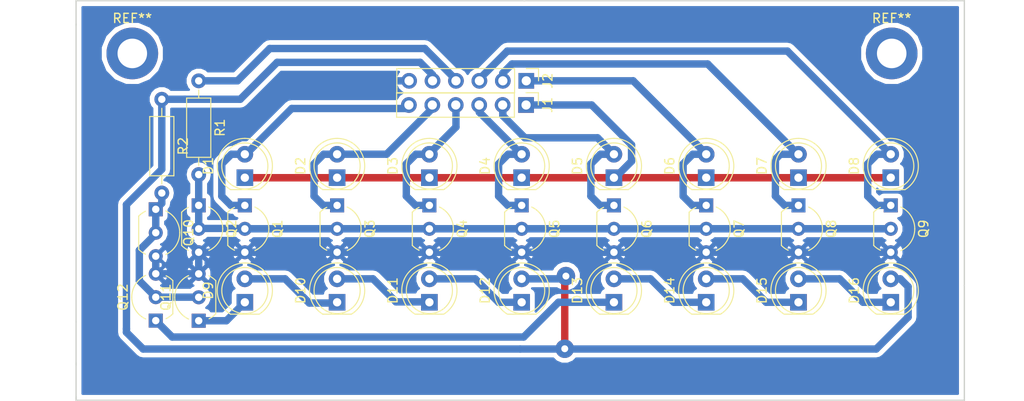
<source format=kicad_pcb>
(kicad_pcb (version 4) (host pcbnew 4.0.7-e2-6376~58~ubuntu16.04.1)

  (general
    (links 62)
    (no_connects 1)
    (area 84.091714 59.741999 195.816286 103.199001)
    (thickness 1.6)
    (drawings 11)
    (tracks 227)
    (zones 0)
    (modules 34)
    (nets 23)
  )

  (page A4)
  (layers
    (0 F.Cu signal)
    (31 B.Cu signal)
    (32 B.Adhes user)
    (33 F.Adhes user)
    (34 B.Paste user)
    (35 F.Paste user)
    (36 B.SilkS user)
    (37 F.SilkS user)
    (38 B.Mask user)
    (39 F.Mask user)
    (40 Dwgs.User user)
    (41 Cmts.User user)
    (42 Eco1.User user)
    (43 Eco2.User user)
    (44 Edge.Cuts user)
    (45 Margin user)
    (46 B.CrtYd user)
    (47 F.CrtYd user)
    (48 B.Fab user)
    (49 F.Fab user)
  )

  (setup
    (last_trace_width 0.8)
    (user_trace_width 0.5)
    (user_trace_width 0.8)
    (user_trace_width 1)
    (trace_clearance 0.5)
    (zone_clearance 0.508)
    (zone_45_only no)
    (trace_min 0.5)
    (segment_width 0.2)
    (edge_width 0.15)
    (via_size 2)
    (via_drill 0.75)
    (via_min_size 2)
    (via_min_drill 0.75)
    (user_via 2 0.75)
    (uvia_size 0.3)
    (uvia_drill 0.1)
    (uvias_allowed no)
    (uvia_min_size 0.2)
    (uvia_min_drill 0.1)
    (pcb_text_width 0.3)
    (pcb_text_size 1.5 1.5)
    (mod_edge_width 0.15)
    (mod_text_size 1 1)
    (mod_text_width 0.15)
    (pad_size 5.6 5.6)
    (pad_drill 3.2)
    (pad_to_mask_clearance 0.2)
    (aux_axis_origin 0 0)
    (visible_elements FFFFFF7F)
    (pcbplotparams
      (layerselection 0x00000_80000000)
      (usegerberextensions false)
      (excludeedgelayer true)
      (linewidth 0.100000)
      (plotframeref false)
      (viasonmask false)
      (mode 1)
      (useauxorigin false)
      (hpglpennumber 1)
      (hpglpenspeed 20)
      (hpglpendiameter 15)
      (hpglpenoverlay 2)
      (psnegative false)
      (psa4output false)
      (plotreference true)
      (plotvalue true)
      (plotinvisibletext false)
      (padsonsilk false)
      (subtractmaskfromsilk false)
      (outputformat 4)
      (mirror false)
      (drillshape 1)
      (scaleselection 1)
      (outputdirectory pdf/))
  )

  (net 0 "")
  (net 1 VCC)
  (net 2 L1)
  (net 3 L2)
  (net 4 L3)
  (net 5 L4)
  (net 6 L5)
  (net 7 L6)
  (net 8 L7)
  (net 9 L8)
  (net 10 "Net-(D9-Pad1)")
  (net 11 "Net-(D10-Pad1)")
  (net 12 "Net-(D10-Pad2)")
  (net 13 "Net-(D11-Pad2)")
  (net 14 V_bat)
  (net 15 "Net-(D13-Pad1)")
  (net 16 "Net-(D13-Pad2)")
  (net 17 "Net-(D14-Pad2)")
  (net 18 "Net-(D15-Pad2)")
  (net 19 S_lin)
  (net 20 GND)
  (net 21 "Net-(Q1-Pad2)")
  (net 22 "Net-(Q10-Pad1)")

  (net_class Default "This is the default net class."
    (clearance 0.5)
    (trace_width 0.8)
    (via_dia 2)
    (via_drill 0.75)
    (uvia_dia 0.3)
    (uvia_drill 0.1)
    (add_net GND)
    (add_net L1)
    (add_net L2)
    (add_net L3)
    (add_net L4)
    (add_net L5)
    (add_net L6)
    (add_net L7)
    (add_net L8)
    (add_net "Net-(D10-Pad1)")
    (add_net "Net-(D10-Pad2)")
    (add_net "Net-(D11-Pad2)")
    (add_net "Net-(D13-Pad1)")
    (add_net "Net-(D13-Pad2)")
    (add_net "Net-(D14-Pad2)")
    (add_net "Net-(D15-Pad2)")
    (add_net "Net-(D9-Pad1)")
    (add_net "Net-(Q1-Pad2)")
    (add_net "Net-(Q10-Pad1)")
    (add_net S_lin)
    (add_net VCC)
    (add_net V_bat)
  )

  (module TO_SOT_Packages_THT:TO-92_Inline_Wide (layer F.Cu) (tedit 58CE52AF) (tstamp 5A842C1B)
    (at 111 82 270)
    (descr "TO-92 leads in-line, wide, drill 0.8mm (see NXP sot054_po.pdf)")
    (tags "to-92 sc-43 sc-43a sot54 PA33 transistor")
    (path /5A84208B)
    (fp_text reference Q1 (at 2.54 -3.56 450) (layer F.SilkS)
      (effects (font (size 1 1) (thickness 0.15)))
    )
    (fp_text value BC548 (at 2.54 2.79 270) (layer F.Fab)
      (effects (font (size 1 1) (thickness 0.15)))
    )
    (fp_text user %R (at 2.54 -3.56 450) (layer F.Fab)
      (effects (font (size 1 1) (thickness 0.15)))
    )
    (fp_line (start 0.74 1.85) (end 4.34 1.85) (layer F.SilkS) (width 0.12))
    (fp_line (start 0.8 1.75) (end 4.3 1.75) (layer F.Fab) (width 0.1))
    (fp_line (start -1.01 -2.73) (end 6.09 -2.73) (layer F.CrtYd) (width 0.05))
    (fp_line (start -1.01 -2.73) (end -1.01 2.01) (layer F.CrtYd) (width 0.05))
    (fp_line (start 6.09 2.01) (end 6.09 -2.73) (layer F.CrtYd) (width 0.05))
    (fp_line (start 6.09 2.01) (end -1.01 2.01) (layer F.CrtYd) (width 0.05))
    (fp_arc (start 2.54 0) (end 0.74 1.85) (angle 20) (layer F.SilkS) (width 0.12))
    (fp_arc (start 2.54 0) (end 2.54 -2.6) (angle -65) (layer F.SilkS) (width 0.12))
    (fp_arc (start 2.54 0) (end 2.54 -2.6) (angle 65) (layer F.SilkS) (width 0.12))
    (fp_arc (start 2.54 0) (end 2.54 -2.48) (angle 135) (layer F.Fab) (width 0.1))
    (fp_arc (start 2.54 0) (end 2.54 -2.48) (angle -135) (layer F.Fab) (width 0.1))
    (fp_arc (start 2.54 0) (end 4.34 1.85) (angle -20) (layer F.SilkS) (width 0.12))
    (pad 2 thru_hole circle (at 2.54 0) (size 1.52 1.52) (drill 0.8) (layers *.Cu *.Mask)
      (net 21 "Net-(Q1-Pad2)"))
    (pad 3 thru_hole circle (at 5.08 0) (size 1.52 1.52) (drill 0.8) (layers *.Cu *.Mask)
      (net 20 GND))
    (pad 1 thru_hole rect (at 0 0) (size 1.52 1.52) (drill 0.8) (layers *.Cu *.Mask)
      (net 2 L1))
    (model ${KISYS3DMOD}/TO_SOT_Packages_THT.3dshapes/TO-92_Inline_Wide.wrl
      (at (xyz 0.1 0 0))
      (scale (xyz 1 1 1))
      (rotate (xyz 0 0 -90))
    )
  )

  (module LEDs:LED_D5.0mm (layer F.Cu) (tedit 5995936A) (tstamp 5A842AF2)
    (at 111 79 90)
    (descr "LED, diameter 5.0mm, 2 pins, http://cdn-reichelt.de/documents/datenblatt/A500/LL-504BC2E-009.pdf")
    (tags "LED diameter 5.0mm 2 pins")
    (path /5A841F5C)
    (fp_text reference D1 (at 1.27 -3.96 90) (layer F.SilkS)
      (effects (font (size 1 1) (thickness 0.15)))
    )
    (fp_text value LED (at 1.27 3.96 90) (layer F.Fab)
      (effects (font (size 1 1) (thickness 0.15)))
    )
    (fp_arc (start 1.27 0) (end -1.23 -1.469694) (angle 299.1) (layer F.Fab) (width 0.1))
    (fp_arc (start 1.27 0) (end -1.29 -1.54483) (angle 148.9) (layer F.SilkS) (width 0.12))
    (fp_arc (start 1.27 0) (end -1.29 1.54483) (angle -148.9) (layer F.SilkS) (width 0.12))
    (fp_circle (center 1.27 0) (end 3.77 0) (layer F.Fab) (width 0.1))
    (fp_circle (center 1.27 0) (end 3.77 0) (layer F.SilkS) (width 0.12))
    (fp_line (start -1.23 -1.469694) (end -1.23 1.469694) (layer F.Fab) (width 0.1))
    (fp_line (start -1.29 -1.545) (end -1.29 1.545) (layer F.SilkS) (width 0.12))
    (fp_line (start -1.95 -3.25) (end -1.95 3.25) (layer F.CrtYd) (width 0.05))
    (fp_line (start -1.95 3.25) (end 4.5 3.25) (layer F.CrtYd) (width 0.05))
    (fp_line (start 4.5 3.25) (end 4.5 -3.25) (layer F.CrtYd) (width 0.05))
    (fp_line (start 4.5 -3.25) (end -1.95 -3.25) (layer F.CrtYd) (width 0.05))
    (fp_text user %R (at 1.25 0 90) (layer F.Fab)
      (effects (font (size 0.8 0.8) (thickness 0.2)))
    )
    (pad 1 thru_hole rect (at 0 0 90) (size 1.8 1.8) (drill 0.9) (layers *.Cu *.Mask)
      (net 1 VCC))
    (pad 2 thru_hole circle (at 2.54 0 90) (size 1.8 1.8) (drill 0.9) (layers *.Cu *.Mask)
      (net 2 L1))
    (model ${KISYS3DMOD}/LEDs.3dshapes/LED_D5.0mm.wrl
      (at (xyz 0 0 0))
      (scale (xyz 0.393701 0.393701 0.393701))
      (rotate (xyz 0 0 0))
    )
  )

  (module LEDs:LED_D5.0mm (layer F.Cu) (tedit 5995936A) (tstamp 5A842B04)
    (at 121 79 90)
    (descr "LED, diameter 5.0mm, 2 pins, http://cdn-reichelt.de/documents/datenblatt/A500/LL-504BC2E-009.pdf")
    (tags "LED diameter 5.0mm 2 pins")
    (path /5A8436E3)
    (fp_text reference D2 (at 1.27 -3.96 90) (layer F.SilkS)
      (effects (font (size 1 1) (thickness 0.15)))
    )
    (fp_text value LED (at 1.27 3.96 90) (layer F.Fab)
      (effects (font (size 1 1) (thickness 0.15)))
    )
    (fp_arc (start 1.27 0) (end -1.23 -1.469694) (angle 299.1) (layer F.Fab) (width 0.1))
    (fp_arc (start 1.27 0) (end -1.29 -1.54483) (angle 148.9) (layer F.SilkS) (width 0.12))
    (fp_arc (start 1.27 0) (end -1.29 1.54483) (angle -148.9) (layer F.SilkS) (width 0.12))
    (fp_circle (center 1.27 0) (end 3.77 0) (layer F.Fab) (width 0.1))
    (fp_circle (center 1.27 0) (end 3.77 0) (layer F.SilkS) (width 0.12))
    (fp_line (start -1.23 -1.469694) (end -1.23 1.469694) (layer F.Fab) (width 0.1))
    (fp_line (start -1.29 -1.545) (end -1.29 1.545) (layer F.SilkS) (width 0.12))
    (fp_line (start -1.95 -3.25) (end -1.95 3.25) (layer F.CrtYd) (width 0.05))
    (fp_line (start -1.95 3.25) (end 4.5 3.25) (layer F.CrtYd) (width 0.05))
    (fp_line (start 4.5 3.25) (end 4.5 -3.25) (layer F.CrtYd) (width 0.05))
    (fp_line (start 4.5 -3.25) (end -1.95 -3.25) (layer F.CrtYd) (width 0.05))
    (fp_text user %R (at 1.25 0 90) (layer F.Fab)
      (effects (font (size 0.8 0.8) (thickness 0.2)))
    )
    (pad 1 thru_hole rect (at 0 0 90) (size 1.8 1.8) (drill 0.9) (layers *.Cu *.Mask)
      (net 1 VCC))
    (pad 2 thru_hole circle (at 2.54 0 90) (size 1.8 1.8) (drill 0.9) (layers *.Cu *.Mask)
      (net 3 L2))
    (model ${KISYS3DMOD}/LEDs.3dshapes/LED_D5.0mm.wrl
      (at (xyz 0 0 0))
      (scale (xyz 0.393701 0.393701 0.393701))
      (rotate (xyz 0 0 0))
    )
  )

  (module LEDs:LED_D5.0mm (layer F.Cu) (tedit 5995936A) (tstamp 5A842B16)
    (at 131 79 90)
    (descr "LED, diameter 5.0mm, 2 pins, http://cdn-reichelt.de/documents/datenblatt/A500/LL-504BC2E-009.pdf")
    (tags "LED diameter 5.0mm 2 pins")
    (path /5A843915)
    (fp_text reference D3 (at 1.27 -3.96 90) (layer F.SilkS)
      (effects (font (size 1 1) (thickness 0.15)))
    )
    (fp_text value LED (at 1.27 3.96 90) (layer F.Fab)
      (effects (font (size 1 1) (thickness 0.15)))
    )
    (fp_arc (start 1.27 0) (end -1.23 -1.469694) (angle 299.1) (layer F.Fab) (width 0.1))
    (fp_arc (start 1.27 0) (end -1.29 -1.54483) (angle 148.9) (layer F.SilkS) (width 0.12))
    (fp_arc (start 1.27 0) (end -1.29 1.54483) (angle -148.9) (layer F.SilkS) (width 0.12))
    (fp_circle (center 1.27 0) (end 3.77 0) (layer F.Fab) (width 0.1))
    (fp_circle (center 1.27 0) (end 3.77 0) (layer F.SilkS) (width 0.12))
    (fp_line (start -1.23 -1.469694) (end -1.23 1.469694) (layer F.Fab) (width 0.1))
    (fp_line (start -1.29 -1.545) (end -1.29 1.545) (layer F.SilkS) (width 0.12))
    (fp_line (start -1.95 -3.25) (end -1.95 3.25) (layer F.CrtYd) (width 0.05))
    (fp_line (start -1.95 3.25) (end 4.5 3.25) (layer F.CrtYd) (width 0.05))
    (fp_line (start 4.5 3.25) (end 4.5 -3.25) (layer F.CrtYd) (width 0.05))
    (fp_line (start 4.5 -3.25) (end -1.95 -3.25) (layer F.CrtYd) (width 0.05))
    (fp_text user %R (at 1.25 0 90) (layer F.Fab)
      (effects (font (size 0.8 0.8) (thickness 0.2)))
    )
    (pad 1 thru_hole rect (at 0 0 90) (size 1.8 1.8) (drill 0.9) (layers *.Cu *.Mask)
      (net 1 VCC))
    (pad 2 thru_hole circle (at 2.54 0 90) (size 1.8 1.8) (drill 0.9) (layers *.Cu *.Mask)
      (net 4 L3))
    (model ${KISYS3DMOD}/LEDs.3dshapes/LED_D5.0mm.wrl
      (at (xyz 0 0 0))
      (scale (xyz 0.393701 0.393701 0.393701))
      (rotate (xyz 0 0 0))
    )
  )

  (module LEDs:LED_D5.0mm (layer F.Cu) (tedit 5995936A) (tstamp 5A842B28)
    (at 141 79 90)
    (descr "LED, diameter 5.0mm, 2 pins, http://cdn-reichelt.de/documents/datenblatt/A500/LL-504BC2E-009.pdf")
    (tags "LED diameter 5.0mm 2 pins")
    (path /5A843931)
    (fp_text reference D4 (at 1.27 -3.96 90) (layer F.SilkS)
      (effects (font (size 1 1) (thickness 0.15)))
    )
    (fp_text value LED (at 1.27 3.96 90) (layer F.Fab)
      (effects (font (size 1 1) (thickness 0.15)))
    )
    (fp_arc (start 1.27 0) (end -1.23 -1.469694) (angle 299.1) (layer F.Fab) (width 0.1))
    (fp_arc (start 1.27 0) (end -1.29 -1.54483) (angle 148.9) (layer F.SilkS) (width 0.12))
    (fp_arc (start 1.27 0) (end -1.29 1.54483) (angle -148.9) (layer F.SilkS) (width 0.12))
    (fp_circle (center 1.27 0) (end 3.77 0) (layer F.Fab) (width 0.1))
    (fp_circle (center 1.27 0) (end 3.77 0) (layer F.SilkS) (width 0.12))
    (fp_line (start -1.23 -1.469694) (end -1.23 1.469694) (layer F.Fab) (width 0.1))
    (fp_line (start -1.29 -1.545) (end -1.29 1.545) (layer F.SilkS) (width 0.12))
    (fp_line (start -1.95 -3.25) (end -1.95 3.25) (layer F.CrtYd) (width 0.05))
    (fp_line (start -1.95 3.25) (end 4.5 3.25) (layer F.CrtYd) (width 0.05))
    (fp_line (start 4.5 3.25) (end 4.5 -3.25) (layer F.CrtYd) (width 0.05))
    (fp_line (start 4.5 -3.25) (end -1.95 -3.25) (layer F.CrtYd) (width 0.05))
    (fp_text user %R (at 1.25 0 90) (layer F.Fab)
      (effects (font (size 0.8 0.8) (thickness 0.2)))
    )
    (pad 1 thru_hole rect (at 0 0 90) (size 1.8 1.8) (drill 0.9) (layers *.Cu *.Mask)
      (net 1 VCC))
    (pad 2 thru_hole circle (at 2.54 0 90) (size 1.8 1.8) (drill 0.9) (layers *.Cu *.Mask)
      (net 5 L4))
    (model ${KISYS3DMOD}/LEDs.3dshapes/LED_D5.0mm.wrl
      (at (xyz 0 0 0))
      (scale (xyz 0.393701 0.393701 0.393701))
      (rotate (xyz 0 0 0))
    )
  )

  (module LEDs:LED_D5.0mm (layer F.Cu) (tedit 5995936A) (tstamp 5A842B3A)
    (at 151 79 90)
    (descr "LED, diameter 5.0mm, 2 pins, http://cdn-reichelt.de/documents/datenblatt/A500/LL-504BC2E-009.pdf")
    (tags "LED diameter 5.0mm 2 pins")
    (path /5A843BDB)
    (fp_text reference D5 (at 1.27 -3.96 90) (layer F.SilkS)
      (effects (font (size 1 1) (thickness 0.15)))
    )
    (fp_text value LED (at 1.27 3.96 90) (layer F.Fab)
      (effects (font (size 1 1) (thickness 0.15)))
    )
    (fp_arc (start 1.27 0) (end -1.23 -1.469694) (angle 299.1) (layer F.Fab) (width 0.1))
    (fp_arc (start 1.27 0) (end -1.29 -1.54483) (angle 148.9) (layer F.SilkS) (width 0.12))
    (fp_arc (start 1.27 0) (end -1.29 1.54483) (angle -148.9) (layer F.SilkS) (width 0.12))
    (fp_circle (center 1.27 0) (end 3.77 0) (layer F.Fab) (width 0.1))
    (fp_circle (center 1.27 0) (end 3.77 0) (layer F.SilkS) (width 0.12))
    (fp_line (start -1.23 -1.469694) (end -1.23 1.469694) (layer F.Fab) (width 0.1))
    (fp_line (start -1.29 -1.545) (end -1.29 1.545) (layer F.SilkS) (width 0.12))
    (fp_line (start -1.95 -3.25) (end -1.95 3.25) (layer F.CrtYd) (width 0.05))
    (fp_line (start -1.95 3.25) (end 4.5 3.25) (layer F.CrtYd) (width 0.05))
    (fp_line (start 4.5 3.25) (end 4.5 -3.25) (layer F.CrtYd) (width 0.05))
    (fp_line (start 4.5 -3.25) (end -1.95 -3.25) (layer F.CrtYd) (width 0.05))
    (fp_text user %R (at 1.25 0 90) (layer F.Fab)
      (effects (font (size 0.8 0.8) (thickness 0.2)))
    )
    (pad 1 thru_hole rect (at 0 0 90) (size 1.8 1.8) (drill 0.9) (layers *.Cu *.Mask)
      (net 1 VCC))
    (pad 2 thru_hole circle (at 2.54 0 90) (size 1.8 1.8) (drill 0.9) (layers *.Cu *.Mask)
      (net 6 L5))
    (model ${KISYS3DMOD}/LEDs.3dshapes/LED_D5.0mm.wrl
      (at (xyz 0 0 0))
      (scale (xyz 0.393701 0.393701 0.393701))
      (rotate (xyz 0 0 0))
    )
  )

  (module LEDs:LED_D5.0mm (layer F.Cu) (tedit 5995936A) (tstamp 5A842B4C)
    (at 161 79 90)
    (descr "LED, diameter 5.0mm, 2 pins, http://cdn-reichelt.de/documents/datenblatt/A500/LL-504BC2E-009.pdf")
    (tags "LED diameter 5.0mm 2 pins")
    (path /5A843BF7)
    (fp_text reference D6 (at 1.27 -3.96 90) (layer F.SilkS)
      (effects (font (size 1 1) (thickness 0.15)))
    )
    (fp_text value LED (at 1.27 3.96 90) (layer F.Fab)
      (effects (font (size 1 1) (thickness 0.15)))
    )
    (fp_arc (start 1.27 0) (end -1.23 -1.469694) (angle 299.1) (layer F.Fab) (width 0.1))
    (fp_arc (start 1.27 0) (end -1.29 -1.54483) (angle 148.9) (layer F.SilkS) (width 0.12))
    (fp_arc (start 1.27 0) (end -1.29 1.54483) (angle -148.9) (layer F.SilkS) (width 0.12))
    (fp_circle (center 1.27 0) (end 3.77 0) (layer F.Fab) (width 0.1))
    (fp_circle (center 1.27 0) (end 3.77 0) (layer F.SilkS) (width 0.12))
    (fp_line (start -1.23 -1.469694) (end -1.23 1.469694) (layer F.Fab) (width 0.1))
    (fp_line (start -1.29 -1.545) (end -1.29 1.545) (layer F.SilkS) (width 0.12))
    (fp_line (start -1.95 -3.25) (end -1.95 3.25) (layer F.CrtYd) (width 0.05))
    (fp_line (start -1.95 3.25) (end 4.5 3.25) (layer F.CrtYd) (width 0.05))
    (fp_line (start 4.5 3.25) (end 4.5 -3.25) (layer F.CrtYd) (width 0.05))
    (fp_line (start 4.5 -3.25) (end -1.95 -3.25) (layer F.CrtYd) (width 0.05))
    (fp_text user %R (at 1.25 0 90) (layer F.Fab)
      (effects (font (size 0.8 0.8) (thickness 0.2)))
    )
    (pad 1 thru_hole rect (at 0 0 90) (size 1.8 1.8) (drill 0.9) (layers *.Cu *.Mask)
      (net 1 VCC))
    (pad 2 thru_hole circle (at 2.54 0 90) (size 1.8 1.8) (drill 0.9) (layers *.Cu *.Mask)
      (net 7 L6))
    (model ${KISYS3DMOD}/LEDs.3dshapes/LED_D5.0mm.wrl
      (at (xyz 0 0 0))
      (scale (xyz 0.393701 0.393701 0.393701))
      (rotate (xyz 0 0 0))
    )
  )

  (module LEDs:LED_D5.0mm (layer F.Cu) (tedit 5995936A) (tstamp 5A842B5E)
    (at 171 79 90)
    (descr "LED, diameter 5.0mm, 2 pins, http://cdn-reichelt.de/documents/datenblatt/A500/LL-504BC2E-009.pdf")
    (tags "LED diameter 5.0mm 2 pins")
    (path /5A843C13)
    (fp_text reference D7 (at 1.27 -3.96 90) (layer F.SilkS)
      (effects (font (size 1 1) (thickness 0.15)))
    )
    (fp_text value LED (at 1.27 3.96 90) (layer F.Fab)
      (effects (font (size 1 1) (thickness 0.15)))
    )
    (fp_arc (start 1.27 0) (end -1.23 -1.469694) (angle 299.1) (layer F.Fab) (width 0.1))
    (fp_arc (start 1.27 0) (end -1.29 -1.54483) (angle 148.9) (layer F.SilkS) (width 0.12))
    (fp_arc (start 1.27 0) (end -1.29 1.54483) (angle -148.9) (layer F.SilkS) (width 0.12))
    (fp_circle (center 1.27 0) (end 3.77 0) (layer F.Fab) (width 0.1))
    (fp_circle (center 1.27 0) (end 3.77 0) (layer F.SilkS) (width 0.12))
    (fp_line (start -1.23 -1.469694) (end -1.23 1.469694) (layer F.Fab) (width 0.1))
    (fp_line (start -1.29 -1.545) (end -1.29 1.545) (layer F.SilkS) (width 0.12))
    (fp_line (start -1.95 -3.25) (end -1.95 3.25) (layer F.CrtYd) (width 0.05))
    (fp_line (start -1.95 3.25) (end 4.5 3.25) (layer F.CrtYd) (width 0.05))
    (fp_line (start 4.5 3.25) (end 4.5 -3.25) (layer F.CrtYd) (width 0.05))
    (fp_line (start 4.5 -3.25) (end -1.95 -3.25) (layer F.CrtYd) (width 0.05))
    (fp_text user %R (at 1.25 0 90) (layer F.Fab)
      (effects (font (size 0.8 0.8) (thickness 0.2)))
    )
    (pad 1 thru_hole rect (at 0 0 90) (size 1.8 1.8) (drill 0.9) (layers *.Cu *.Mask)
      (net 1 VCC))
    (pad 2 thru_hole circle (at 2.54 0 90) (size 1.8 1.8) (drill 0.9) (layers *.Cu *.Mask)
      (net 8 L7))
    (model ${KISYS3DMOD}/LEDs.3dshapes/LED_D5.0mm.wrl
      (at (xyz 0 0 0))
      (scale (xyz 0.393701 0.393701 0.393701))
      (rotate (xyz 0 0 0))
    )
  )

  (module LEDs:LED_D5.0mm (layer F.Cu) (tedit 5995936A) (tstamp 5A842B70)
    (at 181 79 90)
    (descr "LED, diameter 5.0mm, 2 pins, http://cdn-reichelt.de/documents/datenblatt/A500/LL-504BC2E-009.pdf")
    (tags "LED diameter 5.0mm 2 pins")
    (path /5A843C2F)
    (fp_text reference D8 (at 1.27 -3.96 90) (layer F.SilkS)
      (effects (font (size 1 1) (thickness 0.15)))
    )
    (fp_text value LED (at 1.27 3.96 90) (layer F.Fab)
      (effects (font (size 1 1) (thickness 0.15)))
    )
    (fp_arc (start 1.27 0) (end -1.23 -1.469694) (angle 299.1) (layer F.Fab) (width 0.1))
    (fp_arc (start 1.27 0) (end -1.29 -1.54483) (angle 148.9) (layer F.SilkS) (width 0.12))
    (fp_arc (start 1.27 0) (end -1.29 1.54483) (angle -148.9) (layer F.SilkS) (width 0.12))
    (fp_circle (center 1.27 0) (end 3.77 0) (layer F.Fab) (width 0.1))
    (fp_circle (center 1.27 0) (end 3.77 0) (layer F.SilkS) (width 0.12))
    (fp_line (start -1.23 -1.469694) (end -1.23 1.469694) (layer F.Fab) (width 0.1))
    (fp_line (start -1.29 -1.545) (end -1.29 1.545) (layer F.SilkS) (width 0.12))
    (fp_line (start -1.95 -3.25) (end -1.95 3.25) (layer F.CrtYd) (width 0.05))
    (fp_line (start -1.95 3.25) (end 4.5 3.25) (layer F.CrtYd) (width 0.05))
    (fp_line (start 4.5 3.25) (end 4.5 -3.25) (layer F.CrtYd) (width 0.05))
    (fp_line (start 4.5 -3.25) (end -1.95 -3.25) (layer F.CrtYd) (width 0.05))
    (fp_text user %R (at 1.25 0 90) (layer F.Fab)
      (effects (font (size 0.8 0.8) (thickness 0.2)))
    )
    (pad 1 thru_hole rect (at 0 0 90) (size 1.8 1.8) (drill 0.9) (layers *.Cu *.Mask)
      (net 1 VCC))
    (pad 2 thru_hole circle (at 2.54 0 90) (size 1.8 1.8) (drill 0.9) (layers *.Cu *.Mask)
      (net 9 L8))
    (model ${KISYS3DMOD}/LEDs.3dshapes/LED_D5.0mm.wrl
      (at (xyz 0 0 0))
      (scale (xyz 0.393701 0.393701 0.393701))
      (rotate (xyz 0 0 0))
    )
  )

  (module LEDs:LED_D5.0mm (layer F.Cu) (tedit 5995936A) (tstamp 5A842B82)
    (at 111 92.5 90)
    (descr "LED, diameter 5.0mm, 2 pins, http://cdn-reichelt.de/documents/datenblatt/A500/LL-504BC2E-009.pdf")
    (tags "LED diameter 5.0mm 2 pins")
    (path /5A845C30)
    (fp_text reference D9 (at 1.27 -3.96 90) (layer F.SilkS)
      (effects (font (size 1 1) (thickness 0.15)))
    )
    (fp_text value LED (at 1.27 3.96 90) (layer F.Fab)
      (effects (font (size 1 1) (thickness 0.15)))
    )
    (fp_arc (start 1.27 0) (end -1.23 -1.469694) (angle 299.1) (layer F.Fab) (width 0.1))
    (fp_arc (start 1.27 0) (end -1.29 -1.54483) (angle 148.9) (layer F.SilkS) (width 0.12))
    (fp_arc (start 1.27 0) (end -1.29 1.54483) (angle -148.9) (layer F.SilkS) (width 0.12))
    (fp_circle (center 1.27 0) (end 3.77 0) (layer F.Fab) (width 0.1))
    (fp_circle (center 1.27 0) (end 3.77 0) (layer F.SilkS) (width 0.12))
    (fp_line (start -1.23 -1.469694) (end -1.23 1.469694) (layer F.Fab) (width 0.1))
    (fp_line (start -1.29 -1.545) (end -1.29 1.545) (layer F.SilkS) (width 0.12))
    (fp_line (start -1.95 -3.25) (end -1.95 3.25) (layer F.CrtYd) (width 0.05))
    (fp_line (start -1.95 3.25) (end 4.5 3.25) (layer F.CrtYd) (width 0.05))
    (fp_line (start 4.5 3.25) (end 4.5 -3.25) (layer F.CrtYd) (width 0.05))
    (fp_line (start 4.5 -3.25) (end -1.95 -3.25) (layer F.CrtYd) (width 0.05))
    (fp_text user %R (at 1.25 0 90) (layer F.Fab)
      (effects (font (size 0.8 0.8) (thickness 0.2)))
    )
    (pad 1 thru_hole rect (at 0 0 90) (size 1.8 1.8) (drill 0.9) (layers *.Cu *.Mask)
      (net 10 "Net-(D9-Pad1)"))
    (pad 2 thru_hole circle (at 2.54 0 90) (size 1.8 1.8) (drill 0.9) (layers *.Cu *.Mask)
      (net 11 "Net-(D10-Pad1)"))
    (model ${KISYS3DMOD}/LEDs.3dshapes/LED_D5.0mm.wrl
      (at (xyz 0 0 0))
      (scale (xyz 0.393701 0.393701 0.393701))
      (rotate (xyz 0 0 0))
    )
  )

  (module LEDs:LED_D5.0mm (layer F.Cu) (tedit 5995936A) (tstamp 5A842B94)
    (at 121 92.5 90)
    (descr "LED, diameter 5.0mm, 2 pins, http://cdn-reichelt.de/documents/datenblatt/A500/LL-504BC2E-009.pdf")
    (tags "LED diameter 5.0mm 2 pins")
    (path /5A845E09)
    (fp_text reference D10 (at 1.27 -3.96 90) (layer F.SilkS)
      (effects (font (size 1 1) (thickness 0.15)))
    )
    (fp_text value LED (at 1.27 3.96 90) (layer F.Fab)
      (effects (font (size 1 1) (thickness 0.15)))
    )
    (fp_arc (start 1.27 0) (end -1.23 -1.469694) (angle 299.1) (layer F.Fab) (width 0.1))
    (fp_arc (start 1.27 0) (end -1.29 -1.54483) (angle 148.9) (layer F.SilkS) (width 0.12))
    (fp_arc (start 1.27 0) (end -1.29 1.54483) (angle -148.9) (layer F.SilkS) (width 0.12))
    (fp_circle (center 1.27 0) (end 3.77 0) (layer F.Fab) (width 0.1))
    (fp_circle (center 1.27 0) (end 3.77 0) (layer F.SilkS) (width 0.12))
    (fp_line (start -1.23 -1.469694) (end -1.23 1.469694) (layer F.Fab) (width 0.1))
    (fp_line (start -1.29 -1.545) (end -1.29 1.545) (layer F.SilkS) (width 0.12))
    (fp_line (start -1.95 -3.25) (end -1.95 3.25) (layer F.CrtYd) (width 0.05))
    (fp_line (start -1.95 3.25) (end 4.5 3.25) (layer F.CrtYd) (width 0.05))
    (fp_line (start 4.5 3.25) (end 4.5 -3.25) (layer F.CrtYd) (width 0.05))
    (fp_line (start 4.5 -3.25) (end -1.95 -3.25) (layer F.CrtYd) (width 0.05))
    (fp_text user %R (at 1.25 0 90) (layer F.Fab)
      (effects (font (size 0.8 0.8) (thickness 0.2)))
    )
    (pad 1 thru_hole rect (at 0 0 90) (size 1.8 1.8) (drill 0.9) (layers *.Cu *.Mask)
      (net 11 "Net-(D10-Pad1)"))
    (pad 2 thru_hole circle (at 2.54 0 90) (size 1.8 1.8) (drill 0.9) (layers *.Cu *.Mask)
      (net 12 "Net-(D10-Pad2)"))
    (model ${KISYS3DMOD}/LEDs.3dshapes/LED_D5.0mm.wrl
      (at (xyz 0 0 0))
      (scale (xyz 0.393701 0.393701 0.393701))
      (rotate (xyz 0 0 0))
    )
  )

  (module LEDs:LED_D5.0mm (layer F.Cu) (tedit 5995936A) (tstamp 5A842BA6)
    (at 131 92.5 90)
    (descr "LED, diameter 5.0mm, 2 pins, http://cdn-reichelt.de/documents/datenblatt/A500/LL-504BC2E-009.pdf")
    (tags "LED diameter 5.0mm 2 pins")
    (path /5A845E6E)
    (fp_text reference D11 (at 1.27 -3.96 90) (layer F.SilkS)
      (effects (font (size 1 1) (thickness 0.15)))
    )
    (fp_text value LED (at 1.27 3.96 90) (layer F.Fab)
      (effects (font (size 1 1) (thickness 0.15)))
    )
    (fp_arc (start 1.27 0) (end -1.23 -1.469694) (angle 299.1) (layer F.Fab) (width 0.1))
    (fp_arc (start 1.27 0) (end -1.29 -1.54483) (angle 148.9) (layer F.SilkS) (width 0.12))
    (fp_arc (start 1.27 0) (end -1.29 1.54483) (angle -148.9) (layer F.SilkS) (width 0.12))
    (fp_circle (center 1.27 0) (end 3.77 0) (layer F.Fab) (width 0.1))
    (fp_circle (center 1.27 0) (end 3.77 0) (layer F.SilkS) (width 0.12))
    (fp_line (start -1.23 -1.469694) (end -1.23 1.469694) (layer F.Fab) (width 0.1))
    (fp_line (start -1.29 -1.545) (end -1.29 1.545) (layer F.SilkS) (width 0.12))
    (fp_line (start -1.95 -3.25) (end -1.95 3.25) (layer F.CrtYd) (width 0.05))
    (fp_line (start -1.95 3.25) (end 4.5 3.25) (layer F.CrtYd) (width 0.05))
    (fp_line (start 4.5 3.25) (end 4.5 -3.25) (layer F.CrtYd) (width 0.05))
    (fp_line (start 4.5 -3.25) (end -1.95 -3.25) (layer F.CrtYd) (width 0.05))
    (fp_text user %R (at 1.25 0 90) (layer F.Fab)
      (effects (font (size 0.8 0.8) (thickness 0.2)))
    )
    (pad 1 thru_hole rect (at 0 0 90) (size 1.8 1.8) (drill 0.9) (layers *.Cu *.Mask)
      (net 12 "Net-(D10-Pad2)"))
    (pad 2 thru_hole circle (at 2.54 0 90) (size 1.8 1.8) (drill 0.9) (layers *.Cu *.Mask)
      (net 13 "Net-(D11-Pad2)"))
    (model ${KISYS3DMOD}/LEDs.3dshapes/LED_D5.0mm.wrl
      (at (xyz 0 0 0))
      (scale (xyz 0.393701 0.393701 0.393701))
      (rotate (xyz 0 0 0))
    )
  )

  (module LEDs:LED_D5.0mm (layer F.Cu) (tedit 5995936A) (tstamp 5A842BB8)
    (at 141 92.5 90)
    (descr "LED, diameter 5.0mm, 2 pins, http://cdn-reichelt.de/documents/datenblatt/A500/LL-504BC2E-009.pdf")
    (tags "LED diameter 5.0mm 2 pins")
    (path /5A846148)
    (fp_text reference D12 (at 1.27 -3.96 90) (layer F.SilkS)
      (effects (font (size 1 1) (thickness 0.15)))
    )
    (fp_text value LED (at 1.27 3.96 90) (layer F.Fab)
      (effects (font (size 1 1) (thickness 0.15)))
    )
    (fp_arc (start 1.27 0) (end -1.23 -1.469694) (angle 299.1) (layer F.Fab) (width 0.1))
    (fp_arc (start 1.27 0) (end -1.29 -1.54483) (angle 148.9) (layer F.SilkS) (width 0.12))
    (fp_arc (start 1.27 0) (end -1.29 1.54483) (angle -148.9) (layer F.SilkS) (width 0.12))
    (fp_circle (center 1.27 0) (end 3.77 0) (layer F.Fab) (width 0.1))
    (fp_circle (center 1.27 0) (end 3.77 0) (layer F.SilkS) (width 0.12))
    (fp_line (start -1.23 -1.469694) (end -1.23 1.469694) (layer F.Fab) (width 0.1))
    (fp_line (start -1.29 -1.545) (end -1.29 1.545) (layer F.SilkS) (width 0.12))
    (fp_line (start -1.95 -3.25) (end -1.95 3.25) (layer F.CrtYd) (width 0.05))
    (fp_line (start -1.95 3.25) (end 4.5 3.25) (layer F.CrtYd) (width 0.05))
    (fp_line (start 4.5 3.25) (end 4.5 -3.25) (layer F.CrtYd) (width 0.05))
    (fp_line (start 4.5 -3.25) (end -1.95 -3.25) (layer F.CrtYd) (width 0.05))
    (fp_text user %R (at 1.25 0 90) (layer F.Fab)
      (effects (font (size 0.8 0.8) (thickness 0.2)))
    )
    (pad 1 thru_hole rect (at 0 0 90) (size 1.8 1.8) (drill 0.9) (layers *.Cu *.Mask)
      (net 13 "Net-(D11-Pad2)"))
    (pad 2 thru_hole circle (at 2.54 0 90) (size 1.8 1.8) (drill 0.9) (layers *.Cu *.Mask)
      (net 14 V_bat))
    (model ${KISYS3DMOD}/LEDs.3dshapes/LED_D5.0mm.wrl
      (at (xyz 0 0 0))
      (scale (xyz 0.393701 0.393701 0.393701))
      (rotate (xyz 0 0 0))
    )
  )

  (module LEDs:LED_D5.0mm (layer F.Cu) (tedit 5995936A) (tstamp 5A842BCA)
    (at 151 92.5 90)
    (descr "LED, diameter 5.0mm, 2 pins, http://cdn-reichelt.de/documents/datenblatt/A500/LL-504BC2E-009.pdf")
    (tags "LED diameter 5.0mm 2 pins")
    (path /5A8464FA)
    (fp_text reference D13 (at 1.27 -3.96 90) (layer F.SilkS)
      (effects (font (size 1 1) (thickness 0.15)))
    )
    (fp_text value LED (at 1.27 3.96 90) (layer F.Fab)
      (effects (font (size 1 1) (thickness 0.15)))
    )
    (fp_arc (start 1.27 0) (end -1.23 -1.469694) (angle 299.1) (layer F.Fab) (width 0.1))
    (fp_arc (start 1.27 0) (end -1.29 -1.54483) (angle 148.9) (layer F.SilkS) (width 0.12))
    (fp_arc (start 1.27 0) (end -1.29 1.54483) (angle -148.9) (layer F.SilkS) (width 0.12))
    (fp_circle (center 1.27 0) (end 3.77 0) (layer F.Fab) (width 0.1))
    (fp_circle (center 1.27 0) (end 3.77 0) (layer F.SilkS) (width 0.12))
    (fp_line (start -1.23 -1.469694) (end -1.23 1.469694) (layer F.Fab) (width 0.1))
    (fp_line (start -1.29 -1.545) (end -1.29 1.545) (layer F.SilkS) (width 0.12))
    (fp_line (start -1.95 -3.25) (end -1.95 3.25) (layer F.CrtYd) (width 0.05))
    (fp_line (start -1.95 3.25) (end 4.5 3.25) (layer F.CrtYd) (width 0.05))
    (fp_line (start 4.5 3.25) (end 4.5 -3.25) (layer F.CrtYd) (width 0.05))
    (fp_line (start 4.5 -3.25) (end -1.95 -3.25) (layer F.CrtYd) (width 0.05))
    (fp_text user %R (at 1.25 0 90) (layer F.Fab)
      (effects (font (size 0.8 0.8) (thickness 0.2)))
    )
    (pad 1 thru_hole rect (at 0 0 90) (size 1.8 1.8) (drill 0.9) (layers *.Cu *.Mask)
      (net 15 "Net-(D13-Pad1)"))
    (pad 2 thru_hole circle (at 2.54 0 90) (size 1.8 1.8) (drill 0.9) (layers *.Cu *.Mask)
      (net 16 "Net-(D13-Pad2)"))
    (model ${KISYS3DMOD}/LEDs.3dshapes/LED_D5.0mm.wrl
      (at (xyz 0 0 0))
      (scale (xyz 0.393701 0.393701 0.393701))
      (rotate (xyz 0 0 0))
    )
  )

  (module LEDs:LED_D5.0mm (layer F.Cu) (tedit 5995936A) (tstamp 5A842BDC)
    (at 161 92.5 90)
    (descr "LED, diameter 5.0mm, 2 pins, http://cdn-reichelt.de/documents/datenblatt/A500/LL-504BC2E-009.pdf")
    (tags "LED diameter 5.0mm 2 pins")
    (path /5A846500)
    (fp_text reference D14 (at 1.27 -3.96 90) (layer F.SilkS)
      (effects (font (size 1 1) (thickness 0.15)))
    )
    (fp_text value LED (at 1.27 3.96 90) (layer F.Fab)
      (effects (font (size 1 1) (thickness 0.15)))
    )
    (fp_arc (start 1.27 0) (end -1.23 -1.469694) (angle 299.1) (layer F.Fab) (width 0.1))
    (fp_arc (start 1.27 0) (end -1.29 -1.54483) (angle 148.9) (layer F.SilkS) (width 0.12))
    (fp_arc (start 1.27 0) (end -1.29 1.54483) (angle -148.9) (layer F.SilkS) (width 0.12))
    (fp_circle (center 1.27 0) (end 3.77 0) (layer F.Fab) (width 0.1))
    (fp_circle (center 1.27 0) (end 3.77 0) (layer F.SilkS) (width 0.12))
    (fp_line (start -1.23 -1.469694) (end -1.23 1.469694) (layer F.Fab) (width 0.1))
    (fp_line (start -1.29 -1.545) (end -1.29 1.545) (layer F.SilkS) (width 0.12))
    (fp_line (start -1.95 -3.25) (end -1.95 3.25) (layer F.CrtYd) (width 0.05))
    (fp_line (start -1.95 3.25) (end 4.5 3.25) (layer F.CrtYd) (width 0.05))
    (fp_line (start 4.5 3.25) (end 4.5 -3.25) (layer F.CrtYd) (width 0.05))
    (fp_line (start 4.5 -3.25) (end -1.95 -3.25) (layer F.CrtYd) (width 0.05))
    (fp_text user %R (at 1.25 0 90) (layer F.Fab)
      (effects (font (size 0.8 0.8) (thickness 0.2)))
    )
    (pad 1 thru_hole rect (at 0 0 90) (size 1.8 1.8) (drill 0.9) (layers *.Cu *.Mask)
      (net 16 "Net-(D13-Pad2)"))
    (pad 2 thru_hole circle (at 2.54 0 90) (size 1.8 1.8) (drill 0.9) (layers *.Cu *.Mask)
      (net 17 "Net-(D14-Pad2)"))
    (model ${KISYS3DMOD}/LEDs.3dshapes/LED_D5.0mm.wrl
      (at (xyz 0 0 0))
      (scale (xyz 0.393701 0.393701 0.393701))
      (rotate (xyz 0 0 0))
    )
  )

  (module LEDs:LED_D5.0mm (layer F.Cu) (tedit 5995936A) (tstamp 5A842BEE)
    (at 171 92.5 90)
    (descr "LED, diameter 5.0mm, 2 pins, http://cdn-reichelt.de/documents/datenblatt/A500/LL-504BC2E-009.pdf")
    (tags "LED diameter 5.0mm 2 pins")
    (path /5A846506)
    (fp_text reference D15 (at 1.27 -3.96 90) (layer F.SilkS)
      (effects (font (size 1 1) (thickness 0.15)))
    )
    (fp_text value LED (at 1.27 3.96 90) (layer F.Fab)
      (effects (font (size 1 1) (thickness 0.15)))
    )
    (fp_arc (start 1.27 0) (end -1.23 -1.469694) (angle 299.1) (layer F.Fab) (width 0.1))
    (fp_arc (start 1.27 0) (end -1.29 -1.54483) (angle 148.9) (layer F.SilkS) (width 0.12))
    (fp_arc (start 1.27 0) (end -1.29 1.54483) (angle -148.9) (layer F.SilkS) (width 0.12))
    (fp_circle (center 1.27 0) (end 3.77 0) (layer F.Fab) (width 0.1))
    (fp_circle (center 1.27 0) (end 3.77 0) (layer F.SilkS) (width 0.12))
    (fp_line (start -1.23 -1.469694) (end -1.23 1.469694) (layer F.Fab) (width 0.1))
    (fp_line (start -1.29 -1.545) (end -1.29 1.545) (layer F.SilkS) (width 0.12))
    (fp_line (start -1.95 -3.25) (end -1.95 3.25) (layer F.CrtYd) (width 0.05))
    (fp_line (start -1.95 3.25) (end 4.5 3.25) (layer F.CrtYd) (width 0.05))
    (fp_line (start 4.5 3.25) (end 4.5 -3.25) (layer F.CrtYd) (width 0.05))
    (fp_line (start 4.5 -3.25) (end -1.95 -3.25) (layer F.CrtYd) (width 0.05))
    (fp_text user %R (at 1.25 0 90) (layer F.Fab)
      (effects (font (size 0.8 0.8) (thickness 0.2)))
    )
    (pad 1 thru_hole rect (at 0 0 90) (size 1.8 1.8) (drill 0.9) (layers *.Cu *.Mask)
      (net 17 "Net-(D14-Pad2)"))
    (pad 2 thru_hole circle (at 2.54 0 90) (size 1.8 1.8) (drill 0.9) (layers *.Cu *.Mask)
      (net 18 "Net-(D15-Pad2)"))
    (model ${KISYS3DMOD}/LEDs.3dshapes/LED_D5.0mm.wrl
      (at (xyz 0 0 0))
      (scale (xyz 0.393701 0.393701 0.393701))
      (rotate (xyz 0 0 0))
    )
  )

  (module LEDs:LED_D5.0mm (layer F.Cu) (tedit 5995936A) (tstamp 5A842C00)
    (at 181 92.5 90)
    (descr "LED, diameter 5.0mm, 2 pins, http://cdn-reichelt.de/documents/datenblatt/A500/LL-504BC2E-009.pdf")
    (tags "LED diameter 5.0mm 2 pins")
    (path /5A84650F)
    (fp_text reference D16 (at 1.27 -3.96 90) (layer F.SilkS)
      (effects (font (size 1 1) (thickness 0.15)))
    )
    (fp_text value LED (at 1.27 3.96 90) (layer F.Fab)
      (effects (font (size 1 1) (thickness 0.15)))
    )
    (fp_arc (start 1.27 0) (end -1.23 -1.469694) (angle 299.1) (layer F.Fab) (width 0.1))
    (fp_arc (start 1.27 0) (end -1.29 -1.54483) (angle 148.9) (layer F.SilkS) (width 0.12))
    (fp_arc (start 1.27 0) (end -1.29 1.54483) (angle -148.9) (layer F.SilkS) (width 0.12))
    (fp_circle (center 1.27 0) (end 3.77 0) (layer F.Fab) (width 0.1))
    (fp_circle (center 1.27 0) (end 3.77 0) (layer F.SilkS) (width 0.12))
    (fp_line (start -1.23 -1.469694) (end -1.23 1.469694) (layer F.Fab) (width 0.1))
    (fp_line (start -1.29 -1.545) (end -1.29 1.545) (layer F.SilkS) (width 0.12))
    (fp_line (start -1.95 -3.25) (end -1.95 3.25) (layer F.CrtYd) (width 0.05))
    (fp_line (start -1.95 3.25) (end 4.5 3.25) (layer F.CrtYd) (width 0.05))
    (fp_line (start 4.5 3.25) (end 4.5 -3.25) (layer F.CrtYd) (width 0.05))
    (fp_line (start 4.5 -3.25) (end -1.95 -3.25) (layer F.CrtYd) (width 0.05))
    (fp_text user %R (at 1.25 0 90) (layer F.Fab)
      (effects (font (size 0.8 0.8) (thickness 0.2)))
    )
    (pad 1 thru_hole rect (at 0 0 90) (size 1.8 1.8) (drill 0.9) (layers *.Cu *.Mask)
      (net 18 "Net-(D15-Pad2)"))
    (pad 2 thru_hole circle (at 2.54 0 90) (size 1.8 1.8) (drill 0.9) (layers *.Cu *.Mask)
      (net 14 V_bat))
    (model ${KISYS3DMOD}/LEDs.3dshapes/LED_D5.0mm.wrl
      (at (xyz 0 0 0))
      (scale (xyz 0.393701 0.393701 0.393701))
      (rotate (xyz 0 0 0))
    )
  )

  (module Pin_Headers:Pin_Header_Straight_1x06_Pitch2.54mm (layer F.Cu) (tedit 59650532) (tstamp 5A842C0A)
    (at 141.478 71.12 270)
    (descr "Through hole straight pin header, 1x06, 2.54mm pitch, single row")
    (tags "Through hole pin header THT 1x06 2.54mm single row")
    (path /5A844393)
    (fp_text reference J1 (at 0 -2.33 270) (layer F.SilkS)
      (effects (font (size 1 1) (thickness 0.15)))
    )
    (fp_text value Conn_01x06 (at 0 15.03 270) (layer F.Fab)
      (effects (font (size 1 1) (thickness 0.15)))
    )
    (fp_line (start -0.635 -1.27) (end 1.27 -1.27) (layer F.Fab) (width 0.1))
    (fp_line (start 1.27 -1.27) (end 1.27 13.97) (layer F.Fab) (width 0.1))
    (fp_line (start 1.27 13.97) (end -1.27 13.97) (layer F.Fab) (width 0.1))
    (fp_line (start -1.27 13.97) (end -1.27 -0.635) (layer F.Fab) (width 0.1))
    (fp_line (start -1.27 -0.635) (end -0.635 -1.27) (layer F.Fab) (width 0.1))
    (fp_line (start -1.33 14.03) (end 1.33 14.03) (layer F.SilkS) (width 0.12))
    (fp_line (start -1.33 1.27) (end -1.33 14.03) (layer F.SilkS) (width 0.12))
    (fp_line (start 1.33 1.27) (end 1.33 14.03) (layer F.SilkS) (width 0.12))
    (fp_line (start -1.33 1.27) (end 1.33 1.27) (layer F.SilkS) (width 0.12))
    (fp_line (start -1.33 0) (end -1.33 -1.33) (layer F.SilkS) (width 0.12))
    (fp_line (start -1.33 -1.33) (end 0 -1.33) (layer F.SilkS) (width 0.12))
    (fp_line (start -1.8 -1.8) (end -1.8 14.5) (layer F.CrtYd) (width 0.05))
    (fp_line (start -1.8 14.5) (end 1.8 14.5) (layer F.CrtYd) (width 0.05))
    (fp_line (start 1.8 14.5) (end 1.8 -1.8) (layer F.CrtYd) (width 0.05))
    (fp_line (start 1.8 -1.8) (end -1.8 -1.8) (layer F.CrtYd) (width 0.05))
    (fp_text user %R (at 0 6.35 360) (layer F.Fab)
      (effects (font (size 1 1) (thickness 0.15)))
    )
    (pad 1 thru_hole rect (at 0 0 270) (size 1.7 1.7) (drill 1) (layers *.Cu *.Mask)
      (net 1 VCC))
    (pad 2 thru_hole oval (at 0 2.54 270) (size 1.7 1.7) (drill 1) (layers *.Cu *.Mask)
      (net 6 L5))
    (pad 3 thru_hole oval (at 0 5.08 270) (size 1.7 1.7) (drill 1) (layers *.Cu *.Mask)
      (net 5 L4))
    (pad 4 thru_hole oval (at 0 7.62 270) (size 1.7 1.7) (drill 1) (layers *.Cu *.Mask)
      (net 4 L3))
    (pad 5 thru_hole oval (at 0 10.16 270) (size 1.7 1.7) (drill 1) (layers *.Cu *.Mask)
      (net 3 L2))
    (pad 6 thru_hole oval (at 0 12.7 270) (size 1.7 1.7) (drill 1) (layers *.Cu *.Mask)
      (net 2 L1))
    (model ${KISYS3DMOD}/Pin_Headers.3dshapes/Pin_Header_Straight_1x06_Pitch2.54mm.wrl
      (at (xyz 0 0 0))
      (scale (xyz 1 1 1))
      (rotate (xyz 0 0 0))
    )
  )

  (module Pin_Headers:Pin_Header_Straight_1x06_Pitch2.54mm (layer F.Cu) (tedit 59650532) (tstamp 5A842C14)
    (at 141.5 68.5 270)
    (descr "Through hole straight pin header, 1x06, 2.54mm pitch, single row")
    (tags "Through hole pin header THT 1x06 2.54mm single row")
    (path /5A8445F7)
    (fp_text reference J2 (at 0 -2.33 270) (layer F.SilkS)
      (effects (font (size 1 1) (thickness 0.15)))
    )
    (fp_text value Conn_01x06 (at 0 15.03 270) (layer F.Fab)
      (effects (font (size 1 1) (thickness 0.15)))
    )
    (fp_line (start -0.635 -1.27) (end 1.27 -1.27) (layer F.Fab) (width 0.1))
    (fp_line (start 1.27 -1.27) (end 1.27 13.97) (layer F.Fab) (width 0.1))
    (fp_line (start 1.27 13.97) (end -1.27 13.97) (layer F.Fab) (width 0.1))
    (fp_line (start -1.27 13.97) (end -1.27 -0.635) (layer F.Fab) (width 0.1))
    (fp_line (start -1.27 -0.635) (end -0.635 -1.27) (layer F.Fab) (width 0.1))
    (fp_line (start -1.33 14.03) (end 1.33 14.03) (layer F.SilkS) (width 0.12))
    (fp_line (start -1.33 1.27) (end -1.33 14.03) (layer F.SilkS) (width 0.12))
    (fp_line (start 1.33 1.27) (end 1.33 14.03) (layer F.SilkS) (width 0.12))
    (fp_line (start -1.33 1.27) (end 1.33 1.27) (layer F.SilkS) (width 0.12))
    (fp_line (start -1.33 0) (end -1.33 -1.33) (layer F.SilkS) (width 0.12))
    (fp_line (start -1.33 -1.33) (end 0 -1.33) (layer F.SilkS) (width 0.12))
    (fp_line (start -1.8 -1.8) (end -1.8 14.5) (layer F.CrtYd) (width 0.05))
    (fp_line (start -1.8 14.5) (end 1.8 14.5) (layer F.CrtYd) (width 0.05))
    (fp_line (start 1.8 14.5) (end 1.8 -1.8) (layer F.CrtYd) (width 0.05))
    (fp_line (start 1.8 -1.8) (end -1.8 -1.8) (layer F.CrtYd) (width 0.05))
    (fp_text user %R (at 0 6.35 360) (layer F.Fab)
      (effects (font (size 1 1) (thickness 0.15)))
    )
    (pad 1 thru_hole rect (at 0 0 270) (size 1.7 1.7) (drill 1) (layers *.Cu *.Mask)
      (net 7 L6))
    (pad 2 thru_hole oval (at 0 2.54 270) (size 1.7 1.7) (drill 1) (layers *.Cu *.Mask)
      (net 8 L7))
    (pad 3 thru_hole oval (at 0 5.08 270) (size 1.7 1.7) (drill 1) (layers *.Cu *.Mask)
      (net 9 L8))
    (pad 4 thru_hole oval (at 0 7.62 270) (size 1.7 1.7) (drill 1) (layers *.Cu *.Mask)
      (net 19 S_lin))
    (pad 5 thru_hole oval (at 0 10.16 270) (size 1.7 1.7) (drill 1) (layers *.Cu *.Mask)
      (net 14 V_bat))
    (pad 6 thru_hole oval (at 0 12.7 270) (size 1.7 1.7) (drill 1) (layers *.Cu *.Mask)
      (net 20 GND))
    (model ${KISYS3DMOD}/Pin_Headers.3dshapes/Pin_Header_Straight_1x06_Pitch2.54mm.wrl
      (at (xyz 0 0 0))
      (scale (xyz 1 1 1))
      (rotate (xyz 0 0 0))
    )
  )

  (module TO_SOT_Packages_THT:TO-92_Inline_Wide (layer F.Cu) (tedit 58CE52AF) (tstamp 5A842C22)
    (at 106 82 270)
    (descr "TO-92 leads in-line, wide, drill 0.8mm (see NXP sot054_po.pdf)")
    (tags "to-92 sc-43 sc-43a sot54 PA33 transistor")
    (path /5A8433EE)
    (fp_text reference Q2 (at 2.54 -3.56 450) (layer F.SilkS)
      (effects (font (size 1 1) (thickness 0.15)))
    )
    (fp_text value BC548 (at 2.54 2.79 270) (layer F.Fab)
      (effects (font (size 1 1) (thickness 0.15)))
    )
    (fp_text user %R (at 2.54 -3.56 450) (layer F.Fab)
      (effects (font (size 1 1) (thickness 0.15)))
    )
    (fp_line (start 0.74 1.85) (end 4.34 1.85) (layer F.SilkS) (width 0.12))
    (fp_line (start 0.8 1.75) (end 4.3 1.75) (layer F.Fab) (width 0.1))
    (fp_line (start -1.01 -2.73) (end 6.09 -2.73) (layer F.CrtYd) (width 0.05))
    (fp_line (start -1.01 -2.73) (end -1.01 2.01) (layer F.CrtYd) (width 0.05))
    (fp_line (start 6.09 2.01) (end 6.09 -2.73) (layer F.CrtYd) (width 0.05))
    (fp_line (start 6.09 2.01) (end -1.01 2.01) (layer F.CrtYd) (width 0.05))
    (fp_arc (start 2.54 0) (end 0.74 1.85) (angle 20) (layer F.SilkS) (width 0.12))
    (fp_arc (start 2.54 0) (end 2.54 -2.6) (angle -65) (layer F.SilkS) (width 0.12))
    (fp_arc (start 2.54 0) (end 2.54 -2.6) (angle 65) (layer F.SilkS) (width 0.12))
    (fp_arc (start 2.54 0) (end 2.54 -2.48) (angle 135) (layer F.Fab) (width 0.1))
    (fp_arc (start 2.54 0) (end 2.54 -2.48) (angle -135) (layer F.Fab) (width 0.1))
    (fp_arc (start 2.54 0) (end 4.34 1.85) (angle -20) (layer F.SilkS) (width 0.12))
    (pad 2 thru_hole circle (at 2.54 0) (size 1.52 1.52) (drill 0.8) (layers *.Cu *.Mask)
      (net 21 "Net-(Q1-Pad2)"))
    (pad 3 thru_hole circle (at 5.08 0) (size 1.52 1.52) (drill 0.8) (layers *.Cu *.Mask)
      (net 20 GND))
    (pad 1 thru_hole rect (at 0 0) (size 1.52 1.52) (drill 0.8) (layers *.Cu *.Mask)
      (net 21 "Net-(Q1-Pad2)"))
    (model ${KISYS3DMOD}/TO_SOT_Packages_THT.3dshapes/TO-92_Inline_Wide.wrl
      (at (xyz 0.1 0 0))
      (scale (xyz 1 1 1))
      (rotate (xyz 0 0 -90))
    )
  )

  (module TO_SOT_Packages_THT:TO-92_Inline_Wide (layer F.Cu) (tedit 58CE52AF) (tstamp 5A842C29)
    (at 121 82 270)
    (descr "TO-92 leads in-line, wide, drill 0.8mm (see NXP sot054_po.pdf)")
    (tags "to-92 sc-43 sc-43a sot54 PA33 transistor")
    (path /5A8436E9)
    (fp_text reference Q3 (at 2.54 -3.56 450) (layer F.SilkS)
      (effects (font (size 1 1) (thickness 0.15)))
    )
    (fp_text value BC548 (at 2.54 2.79 270) (layer F.Fab)
      (effects (font (size 1 1) (thickness 0.15)))
    )
    (fp_text user %R (at 2.54 -3.56 450) (layer F.Fab)
      (effects (font (size 1 1) (thickness 0.15)))
    )
    (fp_line (start 0.74 1.85) (end 4.34 1.85) (layer F.SilkS) (width 0.12))
    (fp_line (start 0.8 1.75) (end 4.3 1.75) (layer F.Fab) (width 0.1))
    (fp_line (start -1.01 -2.73) (end 6.09 -2.73) (layer F.CrtYd) (width 0.05))
    (fp_line (start -1.01 -2.73) (end -1.01 2.01) (layer F.CrtYd) (width 0.05))
    (fp_line (start 6.09 2.01) (end 6.09 -2.73) (layer F.CrtYd) (width 0.05))
    (fp_line (start 6.09 2.01) (end -1.01 2.01) (layer F.CrtYd) (width 0.05))
    (fp_arc (start 2.54 0) (end 0.74 1.85) (angle 20) (layer F.SilkS) (width 0.12))
    (fp_arc (start 2.54 0) (end 2.54 -2.6) (angle -65) (layer F.SilkS) (width 0.12))
    (fp_arc (start 2.54 0) (end 2.54 -2.6) (angle 65) (layer F.SilkS) (width 0.12))
    (fp_arc (start 2.54 0) (end 2.54 -2.48) (angle 135) (layer F.Fab) (width 0.1))
    (fp_arc (start 2.54 0) (end 2.54 -2.48) (angle -135) (layer F.Fab) (width 0.1))
    (fp_arc (start 2.54 0) (end 4.34 1.85) (angle -20) (layer F.SilkS) (width 0.12))
    (pad 2 thru_hole circle (at 2.54 0) (size 1.52 1.52) (drill 0.8) (layers *.Cu *.Mask)
      (net 21 "Net-(Q1-Pad2)"))
    (pad 3 thru_hole circle (at 5.08 0) (size 1.52 1.52) (drill 0.8) (layers *.Cu *.Mask)
      (net 20 GND))
    (pad 1 thru_hole rect (at 0 0) (size 1.52 1.52) (drill 0.8) (layers *.Cu *.Mask)
      (net 3 L2))
    (model ${KISYS3DMOD}/TO_SOT_Packages_THT.3dshapes/TO-92_Inline_Wide.wrl
      (at (xyz 0.1 0 0))
      (scale (xyz 1 1 1))
      (rotate (xyz 0 0 -90))
    )
  )

  (module TO_SOT_Packages_THT:TO-92_Inline_Wide (layer F.Cu) (tedit 58CE52AF) (tstamp 5A842C30)
    (at 131 82 270)
    (descr "TO-92 leads in-line, wide, drill 0.8mm (see NXP sot054_po.pdf)")
    (tags "to-92 sc-43 sc-43a sot54 PA33 transistor")
    (path /5A84391B)
    (fp_text reference Q4 (at 2.54 -3.56 450) (layer F.SilkS)
      (effects (font (size 1 1) (thickness 0.15)))
    )
    (fp_text value BC548 (at 2.54 2.79 270) (layer F.Fab)
      (effects (font (size 1 1) (thickness 0.15)))
    )
    (fp_text user %R (at 2.54 -3.56 450) (layer F.Fab)
      (effects (font (size 1 1) (thickness 0.15)))
    )
    (fp_line (start 0.74 1.85) (end 4.34 1.85) (layer F.SilkS) (width 0.12))
    (fp_line (start 0.8 1.75) (end 4.3 1.75) (layer F.Fab) (width 0.1))
    (fp_line (start -1.01 -2.73) (end 6.09 -2.73) (layer F.CrtYd) (width 0.05))
    (fp_line (start -1.01 -2.73) (end -1.01 2.01) (layer F.CrtYd) (width 0.05))
    (fp_line (start 6.09 2.01) (end 6.09 -2.73) (layer F.CrtYd) (width 0.05))
    (fp_line (start 6.09 2.01) (end -1.01 2.01) (layer F.CrtYd) (width 0.05))
    (fp_arc (start 2.54 0) (end 0.74 1.85) (angle 20) (layer F.SilkS) (width 0.12))
    (fp_arc (start 2.54 0) (end 2.54 -2.6) (angle -65) (layer F.SilkS) (width 0.12))
    (fp_arc (start 2.54 0) (end 2.54 -2.6) (angle 65) (layer F.SilkS) (width 0.12))
    (fp_arc (start 2.54 0) (end 2.54 -2.48) (angle 135) (layer F.Fab) (width 0.1))
    (fp_arc (start 2.54 0) (end 2.54 -2.48) (angle -135) (layer F.Fab) (width 0.1))
    (fp_arc (start 2.54 0) (end 4.34 1.85) (angle -20) (layer F.SilkS) (width 0.12))
    (pad 2 thru_hole circle (at 2.54 0) (size 1.52 1.52) (drill 0.8) (layers *.Cu *.Mask)
      (net 21 "Net-(Q1-Pad2)"))
    (pad 3 thru_hole circle (at 5.08 0) (size 1.52 1.52) (drill 0.8) (layers *.Cu *.Mask)
      (net 20 GND))
    (pad 1 thru_hole rect (at 0 0) (size 1.52 1.52) (drill 0.8) (layers *.Cu *.Mask)
      (net 4 L3))
    (model ${KISYS3DMOD}/TO_SOT_Packages_THT.3dshapes/TO-92_Inline_Wide.wrl
      (at (xyz 0.1 0 0))
      (scale (xyz 1 1 1))
      (rotate (xyz 0 0 -90))
    )
  )

  (module TO_SOT_Packages_THT:TO-92_Inline_Wide (layer F.Cu) (tedit 58CE52AF) (tstamp 5A842C37)
    (at 141 82 270)
    (descr "TO-92 leads in-line, wide, drill 0.8mm (see NXP sot054_po.pdf)")
    (tags "to-92 sc-43 sc-43a sot54 PA33 transistor")
    (path /5A843937)
    (fp_text reference Q5 (at 2.54 -3.56 450) (layer F.SilkS)
      (effects (font (size 1 1) (thickness 0.15)))
    )
    (fp_text value BC548 (at 2.54 2.79 270) (layer F.Fab)
      (effects (font (size 1 1) (thickness 0.15)))
    )
    (fp_text user %R (at 2.54 -3.56 450) (layer F.Fab)
      (effects (font (size 1 1) (thickness 0.15)))
    )
    (fp_line (start 0.74 1.85) (end 4.34 1.85) (layer F.SilkS) (width 0.12))
    (fp_line (start 0.8 1.75) (end 4.3 1.75) (layer F.Fab) (width 0.1))
    (fp_line (start -1.01 -2.73) (end 6.09 -2.73) (layer F.CrtYd) (width 0.05))
    (fp_line (start -1.01 -2.73) (end -1.01 2.01) (layer F.CrtYd) (width 0.05))
    (fp_line (start 6.09 2.01) (end 6.09 -2.73) (layer F.CrtYd) (width 0.05))
    (fp_line (start 6.09 2.01) (end -1.01 2.01) (layer F.CrtYd) (width 0.05))
    (fp_arc (start 2.54 0) (end 0.74 1.85) (angle 20) (layer F.SilkS) (width 0.12))
    (fp_arc (start 2.54 0) (end 2.54 -2.6) (angle -65) (layer F.SilkS) (width 0.12))
    (fp_arc (start 2.54 0) (end 2.54 -2.6) (angle 65) (layer F.SilkS) (width 0.12))
    (fp_arc (start 2.54 0) (end 2.54 -2.48) (angle 135) (layer F.Fab) (width 0.1))
    (fp_arc (start 2.54 0) (end 2.54 -2.48) (angle -135) (layer F.Fab) (width 0.1))
    (fp_arc (start 2.54 0) (end 4.34 1.85) (angle -20) (layer F.SilkS) (width 0.12))
    (pad 2 thru_hole circle (at 2.54 0) (size 1.52 1.52) (drill 0.8) (layers *.Cu *.Mask)
      (net 21 "Net-(Q1-Pad2)"))
    (pad 3 thru_hole circle (at 5.08 0) (size 1.52 1.52) (drill 0.8) (layers *.Cu *.Mask)
      (net 20 GND))
    (pad 1 thru_hole rect (at 0 0) (size 1.52 1.52) (drill 0.8) (layers *.Cu *.Mask)
      (net 5 L4))
    (model ${KISYS3DMOD}/TO_SOT_Packages_THT.3dshapes/TO-92_Inline_Wide.wrl
      (at (xyz 0.1 0 0))
      (scale (xyz 1 1 1))
      (rotate (xyz 0 0 -90))
    )
  )

  (module TO_SOT_Packages_THT:TO-92_Inline_Wide (layer F.Cu) (tedit 58CE52AF) (tstamp 5A842C3E)
    (at 151 82 270)
    (descr "TO-92 leads in-line, wide, drill 0.8mm (see NXP sot054_po.pdf)")
    (tags "to-92 sc-43 sc-43a sot54 PA33 transistor")
    (path /5A843BE1)
    (fp_text reference Q6 (at 2.54 -3.56 450) (layer F.SilkS)
      (effects (font (size 1 1) (thickness 0.15)))
    )
    (fp_text value BC548 (at 2.54 2.79 270) (layer F.Fab)
      (effects (font (size 1 1) (thickness 0.15)))
    )
    (fp_text user %R (at 2.54 -3.56 450) (layer F.Fab)
      (effects (font (size 1 1) (thickness 0.15)))
    )
    (fp_line (start 0.74 1.85) (end 4.34 1.85) (layer F.SilkS) (width 0.12))
    (fp_line (start 0.8 1.75) (end 4.3 1.75) (layer F.Fab) (width 0.1))
    (fp_line (start -1.01 -2.73) (end 6.09 -2.73) (layer F.CrtYd) (width 0.05))
    (fp_line (start -1.01 -2.73) (end -1.01 2.01) (layer F.CrtYd) (width 0.05))
    (fp_line (start 6.09 2.01) (end 6.09 -2.73) (layer F.CrtYd) (width 0.05))
    (fp_line (start 6.09 2.01) (end -1.01 2.01) (layer F.CrtYd) (width 0.05))
    (fp_arc (start 2.54 0) (end 0.74 1.85) (angle 20) (layer F.SilkS) (width 0.12))
    (fp_arc (start 2.54 0) (end 2.54 -2.6) (angle -65) (layer F.SilkS) (width 0.12))
    (fp_arc (start 2.54 0) (end 2.54 -2.6) (angle 65) (layer F.SilkS) (width 0.12))
    (fp_arc (start 2.54 0) (end 2.54 -2.48) (angle 135) (layer F.Fab) (width 0.1))
    (fp_arc (start 2.54 0) (end 2.54 -2.48) (angle -135) (layer F.Fab) (width 0.1))
    (fp_arc (start 2.54 0) (end 4.34 1.85) (angle -20) (layer F.SilkS) (width 0.12))
    (pad 2 thru_hole circle (at 2.54 0) (size 1.52 1.52) (drill 0.8) (layers *.Cu *.Mask)
      (net 21 "Net-(Q1-Pad2)"))
    (pad 3 thru_hole circle (at 5.08 0) (size 1.52 1.52) (drill 0.8) (layers *.Cu *.Mask)
      (net 20 GND))
    (pad 1 thru_hole rect (at 0 0) (size 1.52 1.52) (drill 0.8) (layers *.Cu *.Mask)
      (net 6 L5))
    (model ${KISYS3DMOD}/TO_SOT_Packages_THT.3dshapes/TO-92_Inline_Wide.wrl
      (at (xyz 0.1 0 0))
      (scale (xyz 1 1 1))
      (rotate (xyz 0 0 -90))
    )
  )

  (module TO_SOT_Packages_THT:TO-92_Inline_Wide (layer F.Cu) (tedit 58CE52AF) (tstamp 5A842C45)
    (at 161 82 270)
    (descr "TO-92 leads in-line, wide, drill 0.8mm (see NXP sot054_po.pdf)")
    (tags "to-92 sc-43 sc-43a sot54 PA33 transistor")
    (path /5A843BFD)
    (fp_text reference Q7 (at 2.54 -3.56 450) (layer F.SilkS)
      (effects (font (size 1 1) (thickness 0.15)))
    )
    (fp_text value BC548 (at 2.54 2.79 270) (layer F.Fab)
      (effects (font (size 1 1) (thickness 0.15)))
    )
    (fp_text user %R (at 2.54 -3.56 450) (layer F.Fab)
      (effects (font (size 1 1) (thickness 0.15)))
    )
    (fp_line (start 0.74 1.85) (end 4.34 1.85) (layer F.SilkS) (width 0.12))
    (fp_line (start 0.8 1.75) (end 4.3 1.75) (layer F.Fab) (width 0.1))
    (fp_line (start -1.01 -2.73) (end 6.09 -2.73) (layer F.CrtYd) (width 0.05))
    (fp_line (start -1.01 -2.73) (end -1.01 2.01) (layer F.CrtYd) (width 0.05))
    (fp_line (start 6.09 2.01) (end 6.09 -2.73) (layer F.CrtYd) (width 0.05))
    (fp_line (start 6.09 2.01) (end -1.01 2.01) (layer F.CrtYd) (width 0.05))
    (fp_arc (start 2.54 0) (end 0.74 1.85) (angle 20) (layer F.SilkS) (width 0.12))
    (fp_arc (start 2.54 0) (end 2.54 -2.6) (angle -65) (layer F.SilkS) (width 0.12))
    (fp_arc (start 2.54 0) (end 2.54 -2.6) (angle 65) (layer F.SilkS) (width 0.12))
    (fp_arc (start 2.54 0) (end 2.54 -2.48) (angle 135) (layer F.Fab) (width 0.1))
    (fp_arc (start 2.54 0) (end 2.54 -2.48) (angle -135) (layer F.Fab) (width 0.1))
    (fp_arc (start 2.54 0) (end 4.34 1.85) (angle -20) (layer F.SilkS) (width 0.12))
    (pad 2 thru_hole circle (at 2.54 0) (size 1.52 1.52) (drill 0.8) (layers *.Cu *.Mask)
      (net 21 "Net-(Q1-Pad2)"))
    (pad 3 thru_hole circle (at 5.08 0) (size 1.52 1.52) (drill 0.8) (layers *.Cu *.Mask)
      (net 20 GND))
    (pad 1 thru_hole rect (at 0 0) (size 1.52 1.52) (drill 0.8) (layers *.Cu *.Mask)
      (net 7 L6))
    (model ${KISYS3DMOD}/TO_SOT_Packages_THT.3dshapes/TO-92_Inline_Wide.wrl
      (at (xyz 0.1 0 0))
      (scale (xyz 1 1 1))
      (rotate (xyz 0 0 -90))
    )
  )

  (module TO_SOT_Packages_THT:TO-92_Inline_Wide (layer F.Cu) (tedit 58CE52AF) (tstamp 5A842C4C)
    (at 171 82 270)
    (descr "TO-92 leads in-line, wide, drill 0.8mm (see NXP sot054_po.pdf)")
    (tags "to-92 sc-43 sc-43a sot54 PA33 transistor")
    (path /5A843C19)
    (fp_text reference Q8 (at 2.54 -3.56 450) (layer F.SilkS)
      (effects (font (size 1 1) (thickness 0.15)))
    )
    (fp_text value BC548 (at 2.54 2.79 270) (layer F.Fab)
      (effects (font (size 1 1) (thickness 0.15)))
    )
    (fp_text user %R (at 2.54 -3.56 450) (layer F.Fab)
      (effects (font (size 1 1) (thickness 0.15)))
    )
    (fp_line (start 0.74 1.85) (end 4.34 1.85) (layer F.SilkS) (width 0.12))
    (fp_line (start 0.8 1.75) (end 4.3 1.75) (layer F.Fab) (width 0.1))
    (fp_line (start -1.01 -2.73) (end 6.09 -2.73) (layer F.CrtYd) (width 0.05))
    (fp_line (start -1.01 -2.73) (end -1.01 2.01) (layer F.CrtYd) (width 0.05))
    (fp_line (start 6.09 2.01) (end 6.09 -2.73) (layer F.CrtYd) (width 0.05))
    (fp_line (start 6.09 2.01) (end -1.01 2.01) (layer F.CrtYd) (width 0.05))
    (fp_arc (start 2.54 0) (end 0.74 1.85) (angle 20) (layer F.SilkS) (width 0.12))
    (fp_arc (start 2.54 0) (end 2.54 -2.6) (angle -65) (layer F.SilkS) (width 0.12))
    (fp_arc (start 2.54 0) (end 2.54 -2.6) (angle 65) (layer F.SilkS) (width 0.12))
    (fp_arc (start 2.54 0) (end 2.54 -2.48) (angle 135) (layer F.Fab) (width 0.1))
    (fp_arc (start 2.54 0) (end 2.54 -2.48) (angle -135) (layer F.Fab) (width 0.1))
    (fp_arc (start 2.54 0) (end 4.34 1.85) (angle -20) (layer F.SilkS) (width 0.12))
    (pad 2 thru_hole circle (at 2.54 0) (size 1.52 1.52) (drill 0.8) (layers *.Cu *.Mask)
      (net 21 "Net-(Q1-Pad2)"))
    (pad 3 thru_hole circle (at 5.08 0) (size 1.52 1.52) (drill 0.8) (layers *.Cu *.Mask)
      (net 20 GND))
    (pad 1 thru_hole rect (at 0 0) (size 1.52 1.52) (drill 0.8) (layers *.Cu *.Mask)
      (net 8 L7))
    (model ${KISYS3DMOD}/TO_SOT_Packages_THT.3dshapes/TO-92_Inline_Wide.wrl
      (at (xyz 0.1 0 0))
      (scale (xyz 1 1 1))
      (rotate (xyz 0 0 -90))
    )
  )

  (module TO_SOT_Packages_THT:TO-92_Inline_Wide (layer F.Cu) (tedit 58CE52AF) (tstamp 5A842C53)
    (at 181 82 270)
    (descr "TO-92 leads in-line, wide, drill 0.8mm (see NXP sot054_po.pdf)")
    (tags "to-92 sc-43 sc-43a sot54 PA33 transistor")
    (path /5A843C35)
    (fp_text reference Q9 (at 2.54 -3.56 450) (layer F.SilkS)
      (effects (font (size 1 1) (thickness 0.15)))
    )
    (fp_text value BC548 (at 2.54 2.79 270) (layer F.Fab)
      (effects (font (size 1 1) (thickness 0.15)))
    )
    (fp_text user %R (at 2.54 -3.56 450) (layer F.Fab)
      (effects (font (size 1 1) (thickness 0.15)))
    )
    (fp_line (start 0.74 1.85) (end 4.34 1.85) (layer F.SilkS) (width 0.12))
    (fp_line (start 0.8 1.75) (end 4.3 1.75) (layer F.Fab) (width 0.1))
    (fp_line (start -1.01 -2.73) (end 6.09 -2.73) (layer F.CrtYd) (width 0.05))
    (fp_line (start -1.01 -2.73) (end -1.01 2.01) (layer F.CrtYd) (width 0.05))
    (fp_line (start 6.09 2.01) (end 6.09 -2.73) (layer F.CrtYd) (width 0.05))
    (fp_line (start 6.09 2.01) (end -1.01 2.01) (layer F.CrtYd) (width 0.05))
    (fp_arc (start 2.54 0) (end 0.74 1.85) (angle 20) (layer F.SilkS) (width 0.12))
    (fp_arc (start 2.54 0) (end 2.54 -2.6) (angle -65) (layer F.SilkS) (width 0.12))
    (fp_arc (start 2.54 0) (end 2.54 -2.6) (angle 65) (layer F.SilkS) (width 0.12))
    (fp_arc (start 2.54 0) (end 2.54 -2.48) (angle 135) (layer F.Fab) (width 0.1))
    (fp_arc (start 2.54 0) (end 2.54 -2.48) (angle -135) (layer F.Fab) (width 0.1))
    (fp_arc (start 2.54 0) (end 4.34 1.85) (angle -20) (layer F.SilkS) (width 0.12))
    (pad 2 thru_hole circle (at 2.54 0) (size 1.52 1.52) (drill 0.8) (layers *.Cu *.Mask)
      (net 21 "Net-(Q1-Pad2)"))
    (pad 3 thru_hole circle (at 5.08 0) (size 1.52 1.52) (drill 0.8) (layers *.Cu *.Mask)
      (net 20 GND))
    (pad 1 thru_hole rect (at 0 0) (size 1.52 1.52) (drill 0.8) (layers *.Cu *.Mask)
      (net 9 L8))
    (model ${KISYS3DMOD}/TO_SOT_Packages_THT.3dshapes/TO-92_Inline_Wide.wrl
      (at (xyz 0.1 0 0))
      (scale (xyz 1 1 1))
      (rotate (xyz 0 0 -90))
    )
  )

  (module TO_SOT_Packages_THT:TO-92_Inline_Wide (layer F.Cu) (tedit 58CE52AF) (tstamp 5A842C5A)
    (at 101.346 82.423 270)
    (descr "TO-92 leads in-line, wide, drill 0.8mm (see NXP sot054_po.pdf)")
    (tags "to-92 sc-43 sc-43a sot54 PA33 transistor")
    (path /5A845464)
    (fp_text reference Q10 (at 2.54 -3.56 450) (layer F.SilkS)
      (effects (font (size 1 1) (thickness 0.15)))
    )
    (fp_text value BC548 (at 2.54 2.79 270) (layer F.Fab)
      (effects (font (size 1 1) (thickness 0.15)))
    )
    (fp_text user %R (at 2.54 -3.56 450) (layer F.Fab)
      (effects (font (size 1 1) (thickness 0.15)))
    )
    (fp_line (start 0.74 1.85) (end 4.34 1.85) (layer F.SilkS) (width 0.12))
    (fp_line (start 0.8 1.75) (end 4.3 1.75) (layer F.Fab) (width 0.1))
    (fp_line (start -1.01 -2.73) (end 6.09 -2.73) (layer F.CrtYd) (width 0.05))
    (fp_line (start -1.01 -2.73) (end -1.01 2.01) (layer F.CrtYd) (width 0.05))
    (fp_line (start 6.09 2.01) (end 6.09 -2.73) (layer F.CrtYd) (width 0.05))
    (fp_line (start 6.09 2.01) (end -1.01 2.01) (layer F.CrtYd) (width 0.05))
    (fp_arc (start 2.54 0) (end 0.74 1.85) (angle 20) (layer F.SilkS) (width 0.12))
    (fp_arc (start 2.54 0) (end 2.54 -2.6) (angle -65) (layer F.SilkS) (width 0.12))
    (fp_arc (start 2.54 0) (end 2.54 -2.6) (angle 65) (layer F.SilkS) (width 0.12))
    (fp_arc (start 2.54 0) (end 2.54 -2.48) (angle 135) (layer F.Fab) (width 0.1))
    (fp_arc (start 2.54 0) (end 2.54 -2.48) (angle -135) (layer F.Fab) (width 0.1))
    (fp_arc (start 2.54 0) (end 4.34 1.85) (angle -20) (layer F.SilkS) (width 0.12))
    (pad 2 thru_hole circle (at 2.54 0) (size 1.52 1.52) (drill 0.8) (layers *.Cu *.Mask)
      (net 22 "Net-(Q10-Pad1)"))
    (pad 3 thru_hole circle (at 5.08 0) (size 1.52 1.52) (drill 0.8) (layers *.Cu *.Mask)
      (net 20 GND))
    (pad 1 thru_hole rect (at 0 0) (size 1.52 1.52) (drill 0.8) (layers *.Cu *.Mask)
      (net 22 "Net-(Q10-Pad1)"))
    (model ${KISYS3DMOD}/TO_SOT_Packages_THT.3dshapes/TO-92_Inline_Wide.wrl
      (at (xyz 0.1 0 0))
      (scale (xyz 1 1 1))
      (rotate (xyz 0 0 -90))
    )
  )

  (module TO_SOT_Packages_THT:TO-92_Inline_Wide (layer F.Cu) (tedit 58CE52AF) (tstamp 5A842C61)
    (at 106 94.5 90)
    (descr "TO-92 leads in-line, wide, drill 0.8mm (see NXP sot054_po.pdf)")
    (tags "to-92 sc-43 sc-43a sot54 PA33 transistor")
    (path /5A84577F)
    (fp_text reference Q11 (at 2.54 -3.56 270) (layer F.SilkS)
      (effects (font (size 1 1) (thickness 0.15)))
    )
    (fp_text value BC548 (at 2.54 2.79 90) (layer F.Fab)
      (effects (font (size 1 1) (thickness 0.15)))
    )
    (fp_text user %R (at 2.54 -3.56 270) (layer F.Fab)
      (effects (font (size 1 1) (thickness 0.15)))
    )
    (fp_line (start 0.74 1.85) (end 4.34 1.85) (layer F.SilkS) (width 0.12))
    (fp_line (start 0.8 1.75) (end 4.3 1.75) (layer F.Fab) (width 0.1))
    (fp_line (start -1.01 -2.73) (end 6.09 -2.73) (layer F.CrtYd) (width 0.05))
    (fp_line (start -1.01 -2.73) (end -1.01 2.01) (layer F.CrtYd) (width 0.05))
    (fp_line (start 6.09 2.01) (end 6.09 -2.73) (layer F.CrtYd) (width 0.05))
    (fp_line (start 6.09 2.01) (end -1.01 2.01) (layer F.CrtYd) (width 0.05))
    (fp_arc (start 2.54 0) (end 0.74 1.85) (angle 20) (layer F.SilkS) (width 0.12))
    (fp_arc (start 2.54 0) (end 2.54 -2.6) (angle -65) (layer F.SilkS) (width 0.12))
    (fp_arc (start 2.54 0) (end 2.54 -2.6) (angle 65) (layer F.SilkS) (width 0.12))
    (fp_arc (start 2.54 0) (end 2.54 -2.48) (angle 135) (layer F.Fab) (width 0.1))
    (fp_arc (start 2.54 0) (end 2.54 -2.48) (angle -135) (layer F.Fab) (width 0.1))
    (fp_arc (start 2.54 0) (end 4.34 1.85) (angle -20) (layer F.SilkS) (width 0.12))
    (pad 2 thru_hole circle (at 2.54 0 180) (size 1.52 1.52) (drill 0.8) (layers *.Cu *.Mask)
      (net 22 "Net-(Q10-Pad1)"))
    (pad 3 thru_hole circle (at 5.08 0 180) (size 1.52 1.52) (drill 0.8) (layers *.Cu *.Mask)
      (net 20 GND))
    (pad 1 thru_hole rect (at 0 0 180) (size 1.52 1.52) (drill 0.8) (layers *.Cu *.Mask)
      (net 10 "Net-(D9-Pad1)"))
    (model ${KISYS3DMOD}/TO_SOT_Packages_THT.3dshapes/TO-92_Inline_Wide.wrl
      (at (xyz 0.1 0 0))
      (scale (xyz 1 1 1))
      (rotate (xyz 0 0 -90))
    )
  )

  (module TO_SOT_Packages_THT:TO-92_Inline_Wide (layer F.Cu) (tedit 58CE52AF) (tstamp 5A842C68)
    (at 101.346 94.488 90)
    (descr "TO-92 leads in-line, wide, drill 0.8mm (see NXP sot054_po.pdf)")
    (tags "to-92 sc-43 sc-43a sot54 PA33 transistor")
    (path /5A8464ED)
    (fp_text reference Q12 (at 2.54 -3.56 270) (layer F.SilkS)
      (effects (font (size 1 1) (thickness 0.15)))
    )
    (fp_text value BC548 (at 2.54 2.79 90) (layer F.Fab)
      (effects (font (size 1 1) (thickness 0.15)))
    )
    (fp_text user %R (at 2.54 -3.56 270) (layer F.Fab)
      (effects (font (size 1 1) (thickness 0.15)))
    )
    (fp_line (start 0.74 1.85) (end 4.34 1.85) (layer F.SilkS) (width 0.12))
    (fp_line (start 0.8 1.75) (end 4.3 1.75) (layer F.Fab) (width 0.1))
    (fp_line (start -1.01 -2.73) (end 6.09 -2.73) (layer F.CrtYd) (width 0.05))
    (fp_line (start -1.01 -2.73) (end -1.01 2.01) (layer F.CrtYd) (width 0.05))
    (fp_line (start 6.09 2.01) (end 6.09 -2.73) (layer F.CrtYd) (width 0.05))
    (fp_line (start 6.09 2.01) (end -1.01 2.01) (layer F.CrtYd) (width 0.05))
    (fp_arc (start 2.54 0) (end 0.74 1.85) (angle 20) (layer F.SilkS) (width 0.12))
    (fp_arc (start 2.54 0) (end 2.54 -2.6) (angle -65) (layer F.SilkS) (width 0.12))
    (fp_arc (start 2.54 0) (end 2.54 -2.6) (angle 65) (layer F.SilkS) (width 0.12))
    (fp_arc (start 2.54 0) (end 2.54 -2.48) (angle 135) (layer F.Fab) (width 0.1))
    (fp_arc (start 2.54 0) (end 2.54 -2.48) (angle -135) (layer F.Fab) (width 0.1))
    (fp_arc (start 2.54 0) (end 4.34 1.85) (angle -20) (layer F.SilkS) (width 0.12))
    (pad 2 thru_hole circle (at 2.54 0 180) (size 1.52 1.52) (drill 0.8) (layers *.Cu *.Mask)
      (net 22 "Net-(Q10-Pad1)"))
    (pad 3 thru_hole circle (at 5.08 0 180) (size 1.52 1.52) (drill 0.8) (layers *.Cu *.Mask)
      (net 20 GND))
    (pad 1 thru_hole rect (at 0 0 180) (size 1.52 1.52) (drill 0.8) (layers *.Cu *.Mask)
      (net 15 "Net-(D13-Pad1)"))
    (model ${KISYS3DMOD}/TO_SOT_Packages_THT.3dshapes/TO-92_Inline_Wide.wrl
      (at (xyz 0.1 0 0))
      (scale (xyz 1 1 1))
      (rotate (xyz 0 0 -90))
    )
  )

  (module Resistors_THT:R_Axial_DIN0207_L6.3mm_D2.5mm_P10.16mm_Horizontal (layer F.Cu) (tedit 5874F706) (tstamp 5A842C6E)
    (at 106 68.5 270)
    (descr "Resistor, Axial_DIN0207 series, Axial, Horizontal, pin pitch=10.16mm, 0.25W = 1/4W, length*diameter=6.3*2.5mm^2, http://cdn-reichelt.de/documents/datenblatt/B400/1_4W%23YAG.pdf")
    (tags "Resistor Axial_DIN0207 series Axial Horizontal pin pitch 10.16mm 0.25W = 1/4W length 6.3mm diameter 2.5mm")
    (path /5A8434AF)
    (fp_text reference R1 (at 5.08 -2.31 270) (layer F.SilkS)
      (effects (font (size 1 1) (thickness 0.15)))
    )
    (fp_text value 100k (at 5.08 2.31 270) (layer F.Fab)
      (effects (font (size 1 1) (thickness 0.15)))
    )
    (fp_line (start 1.93 -1.25) (end 1.93 1.25) (layer F.Fab) (width 0.1))
    (fp_line (start 1.93 1.25) (end 8.23 1.25) (layer F.Fab) (width 0.1))
    (fp_line (start 8.23 1.25) (end 8.23 -1.25) (layer F.Fab) (width 0.1))
    (fp_line (start 8.23 -1.25) (end 1.93 -1.25) (layer F.Fab) (width 0.1))
    (fp_line (start 0 0) (end 1.93 0) (layer F.Fab) (width 0.1))
    (fp_line (start 10.16 0) (end 8.23 0) (layer F.Fab) (width 0.1))
    (fp_line (start 1.87 -1.31) (end 1.87 1.31) (layer F.SilkS) (width 0.12))
    (fp_line (start 1.87 1.31) (end 8.29 1.31) (layer F.SilkS) (width 0.12))
    (fp_line (start 8.29 1.31) (end 8.29 -1.31) (layer F.SilkS) (width 0.12))
    (fp_line (start 8.29 -1.31) (end 1.87 -1.31) (layer F.SilkS) (width 0.12))
    (fp_line (start 0.98 0) (end 1.87 0) (layer F.SilkS) (width 0.12))
    (fp_line (start 9.18 0) (end 8.29 0) (layer F.SilkS) (width 0.12))
    (fp_line (start -1.05 -1.6) (end -1.05 1.6) (layer F.CrtYd) (width 0.05))
    (fp_line (start -1.05 1.6) (end 11.25 1.6) (layer F.CrtYd) (width 0.05))
    (fp_line (start 11.25 1.6) (end 11.25 -1.6) (layer F.CrtYd) (width 0.05))
    (fp_line (start 11.25 -1.6) (end -1.05 -1.6) (layer F.CrtYd) (width 0.05))
    (pad 1 thru_hole circle (at 0 0 270) (size 1.6 1.6) (drill 0.8) (layers *.Cu *.Mask)
      (net 19 S_lin))
    (pad 2 thru_hole oval (at 10.16 0 270) (size 1.6 1.6) (drill 0.8) (layers *.Cu *.Mask)
      (net 21 "Net-(Q1-Pad2)"))
    (model ${KISYS3DMOD}/Resistors_THT.3dshapes/R_Axial_DIN0207_L6.3mm_D2.5mm_P10.16mm_Horizontal.wrl
      (at (xyz 0 0 0))
      (scale (xyz 0.393701 0.393701 0.393701))
      (rotate (xyz 0 0 0))
    )
  )

  (module Resistors_THT:R_Axial_DIN0207_L6.3mm_D2.5mm_P10.16mm_Horizontal (layer F.Cu) (tedit 5874F706) (tstamp 5A842C74)
    (at 102 70.5 270)
    (descr "Resistor, Axial_DIN0207 series, Axial, Horizontal, pin pitch=10.16mm, 0.25W = 1/4W, length*diameter=6.3*2.5mm^2, http://cdn-reichelt.de/documents/datenblatt/B400/1_4W%23YAG.pdf")
    (tags "Resistor Axial_DIN0207 series Axial Horizontal pin pitch 10.16mm 0.25W = 1/4W length 6.3mm diameter 2.5mm")
    (path /5A845474)
    (fp_text reference R2 (at 5.08 -2.31 270) (layer F.SilkS)
      (effects (font (size 1 1) (thickness 0.15)))
    )
    (fp_text value 220 (at 5.08 2.31 270) (layer F.Fab)
      (effects (font (size 1 1) (thickness 0.15)))
    )
    (fp_line (start 1.93 -1.25) (end 1.93 1.25) (layer F.Fab) (width 0.1))
    (fp_line (start 1.93 1.25) (end 8.23 1.25) (layer F.Fab) (width 0.1))
    (fp_line (start 8.23 1.25) (end 8.23 -1.25) (layer F.Fab) (width 0.1))
    (fp_line (start 8.23 -1.25) (end 1.93 -1.25) (layer F.Fab) (width 0.1))
    (fp_line (start 0 0) (end 1.93 0) (layer F.Fab) (width 0.1))
    (fp_line (start 10.16 0) (end 8.23 0) (layer F.Fab) (width 0.1))
    (fp_line (start 1.87 -1.31) (end 1.87 1.31) (layer F.SilkS) (width 0.12))
    (fp_line (start 1.87 1.31) (end 8.29 1.31) (layer F.SilkS) (width 0.12))
    (fp_line (start 8.29 1.31) (end 8.29 -1.31) (layer F.SilkS) (width 0.12))
    (fp_line (start 8.29 -1.31) (end 1.87 -1.31) (layer F.SilkS) (width 0.12))
    (fp_line (start 0.98 0) (end 1.87 0) (layer F.SilkS) (width 0.12))
    (fp_line (start 9.18 0) (end 8.29 0) (layer F.SilkS) (width 0.12))
    (fp_line (start -1.05 -1.6) (end -1.05 1.6) (layer F.CrtYd) (width 0.05))
    (fp_line (start -1.05 1.6) (end 11.25 1.6) (layer F.CrtYd) (width 0.05))
    (fp_line (start 11.25 1.6) (end 11.25 -1.6) (layer F.CrtYd) (width 0.05))
    (fp_line (start 11.25 -1.6) (end -1.05 -1.6) (layer F.CrtYd) (width 0.05))
    (pad 1 thru_hole circle (at 0 0 270) (size 1.6 1.6) (drill 0.8) (layers *.Cu *.Mask)
      (net 14 V_bat))
    (pad 2 thru_hole oval (at 10.16 0 270) (size 1.6 1.6) (drill 0.8) (layers *.Cu *.Mask)
      (net 22 "Net-(Q10-Pad1)"))
    (model ${KISYS3DMOD}/Resistors_THT.3dshapes/R_Axial_DIN0207_L6.3mm_D2.5mm_P10.16mm_Horizontal.wrl
      (at (xyz 0 0 0))
      (scale (xyz 0.393701 0.393701 0.393701))
      (rotate (xyz 0 0 0))
    )
  )

  (module Mounting_Holes:MountingHole_3.2mm_M3_DIN965_Pad (layer F.Cu) (tedit 5A85F1CB) (tstamp 5A85F03C)
    (at 98.806 65.532)
    (descr "Mounting Hole 3.2mm, M3, DIN965")
    (tags "mounting hole 3.2mm m3 din965")
    (attr virtual)
    (fp_text reference REF** (at 0 -3.8) (layer F.SilkS)
      (effects (font (size 1 1) (thickness 0.15)))
    )
    (fp_text value MountingHole_3.2mm_M3_DIN965_Pad (at 0 3.8) (layer F.Fab)
      (effects (font (size 1 1) (thickness 0.15)))
    )
    (fp_text user %R (at 0.3 0) (layer F.Fab)
      (effects (font (size 1 1) (thickness 0.15)))
    )
    (fp_circle (center 0 0) (end 2.8 0) (layer Cmts.User) (width 0.15))
    (fp_circle (center 0 0) (end 3.05 0) (layer F.CrtYd) (width 0.05))
    (pad "" np_thru_hole circle (at 0 0) (size 5.6 5.6) (drill 3.2) (layers *.Cu *.Mask))
  )

  (module Mounting_Holes:MountingHole_3.2mm_M3_DIN965_Pad (layer F.Cu) (tedit 5A85F1DA) (tstamp 5A85F046)
    (at 181.102 65.532)
    (descr "Mounting Hole 3.2mm, M3, DIN965")
    (tags "mounting hole 3.2mm m3 din965")
    (attr virtual)
    (fp_text reference REF** (at 0 -3.8) (layer F.SilkS)
      (effects (font (size 1 1) (thickness 0.15)))
    )
    (fp_text value MountingHole_3.2mm_M3_DIN965_Pad (at 0 3.8) (layer F.Fab)
      (effects (font (size 1 1) (thickness 0.15)))
    )
    (fp_text user %R (at 0.3 0) (layer F.Fab)
      (effects (font (size 1 1) (thickness 0.15)))
    )
    (fp_circle (center 0 0) (end 2.8 0) (layer Cmts.User) (width 0.15))
    (fp_circle (center 0 0) (end 3.05 0) (layer F.CrtYd) (width 0.05))
    (pad "" np_thru_hole circle (at 0 0) (size 5.6 5.6) (drill 3.2) (layers *.Cu *.Mask))
  )

  (gr_line (start 92.71 59.817) (end 92.71 62.484) (angle 90) (layer Edge.Cuts) (width 0.15))
  (gr_line (start 141.351 59.817) (end 92.71 59.817) (angle 90) (layer Edge.Cuts) (width 0.15))
  (gr_line (start 92.71 94.615) (end 92.71 62.357) (angle 90) (layer Edge.Cuts) (width 0.15))
  (gr_line (start 187.198 59.817) (end 188.976 59.817) (angle 90) (layer Edge.Cuts) (width 0.15))
  (gr_line (start 188.976 90.678) (end 188.976 59.817) (angle 90) (layer Edge.Cuts) (width 0.15))
  (gr_line (start 141.224 59.817) (end 187.325 59.817) (angle 90) (layer Edge.Cuts) (width 0.15))
  (gr_line (start 92.71 103.124) (end 92.71 102.743) (angle 90) (layer Edge.Cuts) (width 0.15))
  (gr_line (start 188.976 103.124) (end 92.71 103.124) (angle 90) (layer Edge.Cuts) (width 0.15))
  (gr_line (start 188.976 90.678) (end 188.976 103.124) (angle 90) (layer Edge.Cuts) (width 0.15))
  (gr_line (start 92.71 102.997) (end 92.71 99.06) (angle 90) (layer Edge.Cuts) (width 0.15))
  (gr_line (start 92.71 94.615) (end 92.71 99.314) (angle 90) (layer Edge.Cuts) (width 0.15))

  (segment (start 141.478 71.12) (end 148.59 71.12) (width 0.8) (layer B.Cu) (net 1))
  (segment (start 152.908 77.216) (end 151.13 78.994) (width 0.8) (layer B.Cu) (net 1) (tstamp 5A85ED90))
  (segment (start 152.908 75.438) (end 152.908 77.216) (width 0.8) (layer B.Cu) (net 1) (tstamp 5A85ED8E))
  (segment (start 148.59 71.12) (end 152.908 75.438) (width 0.8) (layer B.Cu) (net 1) (tstamp 5A85ED81))
  (segment (start 151.13 78.994) (end 151 79) (width 0.8) (layer B.Cu) (net 1) (tstamp 5A85ED96))
  (segment (start 171 79) (end 161.03 79) (width 0.8) (layer F.Cu) (net 1))
  (segment (start 161.03 79) (end 160.9344 79.0956) (width 0.8) (layer F.Cu) (net 1) (tstamp 5A85ECA6))
  (segment (start 160.9344 79.0956) (end 161 79) (width 0.8) (layer F.Cu) (net 1) (tstamp 5A85ECA8))
  (segment (start 181 79) (end 171.0115 79) (width 0.8) (layer F.Cu) (net 1))
  (segment (start 171.0115 79) (end 170.9928 78.9813) (width 0.8) (layer F.Cu) (net 1) (tstamp 5A85ECA2))
  (segment (start 170.9928 78.9813) (end 171 79) (width 0.8) (layer F.Cu) (net 1) (tstamp 5A85ECA5))
  (segment (start 141 79) (end 150.9455 79) (width 0.8) (layer F.Cu) (net 1))
  (segment (start 150.9455 79) (end 150.9649 79.0194) (width 0.8) (layer F.Cu) (net 1) (tstamp 5A85EC9D))
  (segment (start 150.9649 79.0194) (end 151 79) (width 0.8) (layer F.Cu) (net 1) (tstamp 5A85ECA0))
  (segment (start 131 79) (end 141.103 79) (width 0.8) (layer F.Cu) (net 1))
  (segment (start 141.103 79) (end 141.1224 79.0194) (width 0.8) (layer F.Cu) (net 1) (tstamp 5A85EC98))
  (segment (start 141.1224 79.0194) (end 141 79) (width 0.8) (layer F.Cu) (net 1) (tstamp 5A85EC9A))
  (segment (start 121 79) (end 131.0319 79) (width 0.8) (layer F.Cu) (net 1))
  (segment (start 131.0319 79) (end 131.0386 78.9933) (width 0.8) (layer F.Cu) (net 1) (tstamp 5A85EC94))
  (segment (start 131.0386 78.9933) (end 131.0386 78.9813) (width 0.8) (layer F.Cu) (net 1) (tstamp 5A85EC96))
  (segment (start 131.0386 78.9813) (end 131 79) (width 0.8) (layer F.Cu) (net 1) (tstamp 5A85EC97))
  (segment (start 111 79) (end 120.9361 79) (width 0.8) (layer F.Cu) (net 1))
  (segment (start 120.9361 79) (end 121.0056 78.9305) (width 0.8) (layer F.Cu) (net 1) (tstamp 5A85EC90))
  (segment (start 121.0056 78.9305) (end 121 79) (width 0.8) (layer F.Cu) (net 1) (tstamp 5A85EC93))
  (segment (start 111 79) (end 181 79) (width 0.8) (layer F.Cu) (net 1))
  (segment (start 111 76.46) (end 111.119 76.46) (width 0.8) (layer B.Cu) (net 2))
  (segment (start 111.119 76.46) (end 116.078 71.501) (width 0.8) (layer B.Cu) (net 2) (tstamp 5A85E706))
  (segment (start 116.078 71.501) (end 128.778 71.501) (width 0.8) (layer B.Cu) (net 2) (tstamp 5A85E70D))
  (segment (start 128.778 71.501) (end 128.8 71.5) (width 0.8) (layer B.Cu) (net 2) (tstamp 5A85E714))
  (segment (start 111 76.46) (end 109.54 76.46) (width 0.8) (layer B.Cu) (net 2))
  (segment (start 109.5 82) (end 111 82) (width 0.8) (layer B.Cu) (net 2) (tstamp 5A843834))
  (segment (start 108.5 81) (end 109.5 82) (width 0.8) (layer B.Cu) (net 2) (tstamp 5A843833))
  (segment (start 108.5 77.5) (end 108.5 81) (width 0.8) (layer B.Cu) (net 2) (tstamp 5A843832))
  (segment (start 109.54 76.46) (end 108.5 77.5) (width 0.8) (layer B.Cu) (net 2) (tstamp 5A843831))
  (segment (start 131.34 71.5) (end 131.319 71.5) (width 0.8) (layer B.Cu) (net 3))
  (segment (start 131.319 71.5) (end 126.365 76.454) (width 0.8) (layer B.Cu) (net 3) (tstamp 5A85E716))
  (segment (start 126.365 76.454) (end 120.904 76.454) (width 0.8) (layer B.Cu) (net 3) (tstamp 5A85E71E))
  (segment (start 120.904 76.454) (end 121 76.46) (width 0.8) (layer B.Cu) (net 3) (tstamp 5A85E726))
  (segment (start 121 76.46) (end 119.54 76.46) (width 0.8) (layer B.Cu) (net 3))
  (segment (start 119.5 82) (end 121 82) (width 0.8) (layer B.Cu) (net 3) (tstamp 5A84383D))
  (segment (start 118.5 81) (end 119.5 82) (width 0.8) (layer B.Cu) (net 3) (tstamp 5A84383C))
  (segment (start 118.5 77.5) (end 118.5 81) (width 0.8) (layer B.Cu) (net 3) (tstamp 5A84383B))
  (segment (start 119.54 76.46) (end 118.5 77.5) (width 0.8) (layer B.Cu) (net 3) (tstamp 5A84383A))
  (segment (start 133.88 71.5) (end 133.88 73.511) (width 0.8) (layer B.Cu) (net 4))
  (segment (start 133.88 73.511) (end 130.937 76.454) (width 0.8) (layer B.Cu) (net 4) (tstamp 5A85E72B))
  (segment (start 130.937 76.454) (end 131 76.46) (width 0.8) (layer B.Cu) (net 4) (tstamp 5A85E730))
  (segment (start 131 76.46) (end 129.54 76.46) (width 0.8) (layer B.Cu) (net 4))
  (segment (start 129.5 82) (end 131 82) (width 0.8) (layer B.Cu) (net 4) (tstamp 5A84384F))
  (segment (start 128.5 81) (end 129.5 82) (width 0.8) (layer B.Cu) (net 4) (tstamp 5A84384E))
  (segment (start 128.5 77.5) (end 128.5 81) (width 0.8) (layer B.Cu) (net 4) (tstamp 5A84384D))
  (segment (start 129.54 76.46) (end 128.5 77.5) (width 0.8) (layer B.Cu) (net 4) (tstamp 5A84384C))
  (segment (start 136.42 71.5) (end 136.42 71.904) (width 0.8) (layer B.Cu) (net 5))
  (segment (start 136.42 71.904) (end 140.97 76.454) (width 0.8) (layer B.Cu) (net 5) (tstamp 5A85E77A))
  (segment (start 140.97 76.454) (end 141 76.46) (width 0.8) (layer B.Cu) (net 5) (tstamp 5A85E789))
  (segment (start 136.42 71.5) (end 136.42 71.92) (width 0.8) (layer B.Cu) (net 5))
  (segment (start 141 76.5) (end 141 76.46) (width 0.8) (layer B.Cu) (net 5) (tstamp 5A84398D))
  (segment (start 141 76.46) (end 139.54 76.46) (width 0.8) (layer B.Cu) (net 5))
  (segment (start 139.5 82) (end 141 82) (width 0.8) (layer B.Cu) (net 5) (tstamp 5A84385D))
  (segment (start 138.5 81) (end 139.5 82) (width 0.8) (layer B.Cu) (net 5) (tstamp 5A84385C))
  (segment (start 138.5 77.5) (end 138.5 81) (width 0.8) (layer B.Cu) (net 5) (tstamp 5A84385B))
  (segment (start 139.54 76.46) (end 138.5 77.5) (width 0.8) (layer B.Cu) (net 5) (tstamp 5A84385A))
  (segment (start 138.96 71.5) (end 138.96 72.285) (width 0.8) (layer B.Cu) (net 6))
  (segment (start 138.96 72.285) (end 141.351 74.676) (width 0.8) (layer B.Cu) (net 6) (tstamp 5A85E791))
  (segment (start 149.225 74.676) (end 151.003 76.454) (width 0.8) (layer B.Cu) (net 6) (tstamp 5A85E7A1))
  (segment (start 141.351 74.676) (end 149.225 74.676) (width 0.8) (layer B.Cu) (net 6) (tstamp 5A85E79E))
  (segment (start 151.003 76.454) (end 151.003 76.581) (width 0.8) (layer B.Cu) (net 6) (tstamp 5A85E7AB))
  (segment (start 151.003 76.581) (end 151 76.46) (width 0.8) (layer B.Cu) (net 6) (tstamp 5A85E7AC))
  (segment (start 138.96 71.5) (end 138.96 71.96) (width 0.8) (layer B.Cu) (net 6))
  (segment (start 151 76.46) (end 149.54 76.46) (width 0.8) (layer B.Cu) (net 6))
  (segment (start 149.5 82) (end 151 82) (width 0.8) (layer B.Cu) (net 6) (tstamp 5A84386A))
  (segment (start 148.5 81) (end 149.5 82) (width 0.8) (layer B.Cu) (net 6) (tstamp 5A843869))
  (segment (start 148.5 77.5) (end 148.5 81) (width 0.8) (layer B.Cu) (net 6) (tstamp 5A843868))
  (segment (start 149.54 76.46) (end 148.5 77.5) (width 0.8) (layer B.Cu) (net 6) (tstamp 5A843867))
  (segment (start 141.5 68.5) (end 153.082 68.5) (width 0.8) (layer B.Cu) (net 7))
  (segment (start 153.082 68.5) (end 160.909 76.327) (width 0.8) (layer B.Cu) (net 7) (tstamp 5A85EA6D))
  (segment (start 160.909 76.327) (end 161 76.46) (width 0.8) (layer B.Cu) (net 7) (tstamp 5A85EA72))
  (segment (start 161 76.46) (end 159.54 76.46) (width 0.8) (layer B.Cu) (net 7))
  (segment (start 159.5 82) (end 161 82) (width 0.8) (layer B.Cu) (net 7) (tstamp 5A843870))
  (segment (start 158.5 81) (end 159.5 82) (width 0.8) (layer B.Cu) (net 7) (tstamp 5A84386F))
  (segment (start 158.5 77.5) (end 158.5 81) (width 0.8) (layer B.Cu) (net 7) (tstamp 5A84386E))
  (segment (start 159.54 76.46) (end 158.5 77.5) (width 0.8) (layer B.Cu) (net 7) (tstamp 5A84386D))
  (segment (start 138.96 68.5) (end 138.96 67.669) (width 0.8) (layer B.Cu) (net 8))
  (segment (start 138.96 67.669) (end 139.954 66.675) (width 0.8) (layer B.Cu) (net 8) (tstamp 5A85EA73))
  (segment (start 139.954 66.675) (end 161.163 66.675) (width 0.8) (layer B.Cu) (net 8) (tstamp 5A85EA79))
  (segment (start 161.163 66.675) (end 170.815 76.327) (width 0.8) (layer B.Cu) (net 8) (tstamp 5A85EA7E))
  (segment (start 170.815 76.327) (end 170.942 76.327) (width 0.8) (layer B.Cu) (net 8) (tstamp 5A85EA83))
  (segment (start 170.942 76.327) (end 171 76.46) (width 0.8) (layer B.Cu) (net 8) (tstamp 5A85EA84))
  (segment (start 171 76.46) (end 169.04 76.46) (width 0.8) (layer B.Cu) (net 8))
  (segment (start 169.5 82) (end 171 82) (width 0.8) (layer B.Cu) (net 8) (tstamp 5A843876))
  (segment (start 168.5 81) (end 169.5 82) (width 0.8) (layer B.Cu) (net 8) (tstamp 5A843875))
  (segment (start 168.5 77) (end 168.5 81) (width 0.8) (layer B.Cu) (net 8) (tstamp 5A843874))
  (segment (start 169.04 76.46) (end 168.5 77) (width 0.8) (layer B.Cu) (net 8) (tstamp 5A843873))
  (segment (start 136.42 68.5) (end 136.42 68.304) (width 0.8) (layer B.Cu) (net 9))
  (segment (start 136.42 68.304) (end 139.446 65.278) (width 0.8) (layer B.Cu) (net 9) (tstamp 5A85EA93))
  (segment (start 139.446 65.278) (end 169.799 65.278) (width 0.8) (layer B.Cu) (net 9) (tstamp 5A85EA9A))
  (segment (start 169.799 65.278) (end 180.975 76.454) (width 0.8) (layer B.Cu) (net 9) (tstamp 5A85EAA6))
  (segment (start 180.975 76.454) (end 181 76.46) (width 0.8) (layer B.Cu) (net 9) (tstamp 5A85EAAC))
  (segment (start 181 76.46) (end 179.54 76.46) (width 0.8) (layer B.Cu) (net 9))
  (segment (start 179.5 82) (end 181 82) (width 0.8) (layer B.Cu) (net 9) (tstamp 5A84387C))
  (segment (start 178.5 81) (end 179.5 82) (width 0.8) (layer B.Cu) (net 9) (tstamp 5A84387B))
  (segment (start 178.5 77.5) (end 178.5 81) (width 0.8) (layer B.Cu) (net 9) (tstamp 5A84387A))
  (segment (start 179.54 76.46) (end 178.5 77.5) (width 0.8) (layer B.Cu) (net 9) (tstamp 5A843879))
  (segment (start 106 94.5) (end 109 94.5) (width 0.8) (layer B.Cu) (net 10))
  (segment (start 109 94.5) (end 111 92.5) (width 0.8) (layer B.Cu) (net 10) (tstamp 5A843A6F))
  (segment (start 111 89.96) (end 115.36 89.96) (width 0.8) (layer B.Cu) (net 11))
  (segment (start 117.983 92.583) (end 121.031 92.583) (width 0.8) (layer B.Cu) (net 11) (tstamp 5A85E8F8))
  (segment (start 115.36 89.96) (end 117.983 92.583) (width 0.8) (layer B.Cu) (net 11) (tstamp 5A85E8EA))
  (segment (start 121.031 92.583) (end 121 92.5) (width 0.8) (layer B.Cu) (net 11) (tstamp 5A85E8FC))
  (segment (start 121 89.96) (end 124.885 89.96) (width 0.8) (layer B.Cu) (net 12))
  (segment (start 127.381 92.456) (end 130.937 92.456) (width 0.8) (layer B.Cu) (net 12) (tstamp 5A85E901))
  (segment (start 124.885 89.96) (end 127.381 92.456) (width 0.8) (layer B.Cu) (net 12) (tstamp 5A85E8FF))
  (segment (start 130.937 92.456) (end 131 92.5) (width 0.8) (layer B.Cu) (net 12) (tstamp 5A85E905))
  (segment (start 131 89.96) (end 135.96 89.96) (width 0.8) (layer B.Cu) (net 13))
  (segment (start 138.5 92.5) (end 141 92.5) (width 0.8) (layer B.Cu) (net 13) (tstamp 5A843889))
  (segment (start 135.96 89.96) (end 138.5 92.5) (width 0.8) (layer B.Cu) (net 13) (tstamp 5A843888))
  (segment (start 141 89.96) (end 145.498 89.96) (width 0.8) (layer B.Cu) (net 14))
  (segment (start 145.669 97.536) (end 145.669 97.566002) (width 0.8) (layer B.Cu) (net 14) (tstamp 5A85EA2A))
  (via (at 145.669 97.536) (size 2) (drill 0.75) (layers F.Cu B.Cu) (net 14))
  (segment (start 145.669 89.789) (end 145.669 97.536) (width 0.8) (layer F.Cu) (net 14) (tstamp 5A85EA22))
  (segment (start 145.796 89.662) (end 145.669 89.789) (width 0.8) (layer F.Cu) (net 14) (tstamp 5A85EA21))
  (via (at 145.796 89.662) (size 2) (drill 0.75) (layers F.Cu B.Cu) (net 14))
  (segment (start 145.498 89.96) (end 145.796 89.662) (width 0.8) (layer B.Cu) (net 14) (tstamp 5A85EA1D))
  (segment (start 98.171 95.377) (end 98.171 95.758) (width 0.8) (layer B.Cu) (net 14))
  (segment (start 102 78.086) (end 98.171 81.915) (width 0.8) (layer B.Cu) (net 14) (tstamp 5A85E91E))
  (segment (start 98.171 81.915) (end 98.171 95.377) (width 0.8) (layer B.Cu) (net 14) (tstamp 5A85E922))
  (segment (start 102 70.5) (end 102 78.086) (width 0.8) (layer B.Cu) (net 14))
  (segment (start 182.035 89.96) (end 182.88 90.805) (width 0.8) (layer B.Cu) (net 14) (tstamp 5A85E948))
  (segment (start 182.88 90.805) (end 182.88 94.107) (width 0.8) (layer B.Cu) (net 14) (tstamp 5A85E94E))
  (segment (start 182.88 94.107) (end 179.420998 97.566002) (width 0.8) (layer B.Cu) (net 14) (tstamp 5A85E952))
  (segment (start 179.420998 97.566002) (end 145.669 97.566002) (width 0.8) (layer B.Cu) (net 14) (tstamp 5A85E955))
  (segment (start 145.669 97.566002) (end 140.843 97.566002) (width 0.8) (layer B.Cu) (net 14) (tstamp 5A85EA2B))
  (segment (start 182.035 89.96) (end 181 89.96) (width 0.8) (layer B.Cu) (net 14))
  (segment (start 99.979002 97.566002) (end 140.843 97.566002) (width 0.8) (layer B.Cu) (net 14) (tstamp 5A85E995))
  (segment (start 98.171 95.758) (end 99.979002 97.566002) (width 0.8) (layer B.Cu) (net 14) (tstamp 5A85E98F))
  (segment (start 102 70.5) (end 104.5 70.5) (width 0.8) (layer B.Cu) (net 14))
  (segment (start 110.5 70.5) (end 104.5 70.5) (width 0.8) (layer B.Cu) (net 14) (tstamp 5A8439C5))
  (segment (start 114.5 66.5) (end 110.5 70.5) (width 0.8) (layer B.Cu) (net 14) (tstamp 5A8439C3))
  (segment (start 130 66.5) (end 114.5 66.5) (width 0.8) (layer B.Cu) (net 14) (tstamp 5A8439C2))
  (segment (start 130 66.5) (end 131.34 67.84) (width 0.8) (layer B.Cu) (net 14) (tstamp 5A8439C1))
  (segment (start 131.34 68.5) (end 131.34 67.84) (width 0.8) (layer B.Cu) (net 14))
  (segment (start 151 92.5) (end 144.99 92.5) (width 0.8) (layer B.Cu) (net 15))
  (segment (start 103.124 96.266) (end 101.346 94.488) (width 0.8) (layer B.Cu) (net 15) (tstamp 5A85E8E1))
  (segment (start 141.224 96.266) (end 103.124 96.266) (width 0.8) (layer B.Cu) (net 15) (tstamp 5A85E8D2))
  (segment (start 144.99 92.5) (end 141.224 96.266) (width 0.8) (layer B.Cu) (net 15) (tstamp 5A85E8CC))
  (segment (start 151 89.96) (end 154.96 89.96) (width 0.8) (layer B.Cu) (net 16))
  (segment (start 157.5 92.5) (end 161 92.5) (width 0.8) (layer B.Cu) (net 16) (tstamp 5A843891))
  (segment (start 154.96 89.96) (end 157.5 92.5) (width 0.8) (layer B.Cu) (net 16) (tstamp 5A843890))
  (segment (start 161 89.96) (end 164.96 89.96) (width 0.8) (layer B.Cu) (net 17))
  (segment (start 167.5 92.5) (end 171 92.5) (width 0.8) (layer B.Cu) (net 17) (tstamp 5A843895))
  (segment (start 164.96 89.96) (end 167.5 92.5) (width 0.8) (layer B.Cu) (net 17) (tstamp 5A843894))
  (segment (start 171 89.96) (end 175.46 89.96) (width 0.8) (layer B.Cu) (net 18))
  (segment (start 178 92.5) (end 181 92.5) (width 0.8) (layer B.Cu) (net 18) (tstamp 5A843899))
  (segment (start 175.46 89.96) (end 178 92.5) (width 0.8) (layer B.Cu) (net 18) (tstamp 5A843898))
  (segment (start 133.88 68.5) (end 133.88 68.38) (width 0.8) (layer B.Cu) (net 19))
  (segment (start 133.88 68.38) (end 130.5 65) (width 0.8) (layer B.Cu) (net 19) (tstamp 5A8439C9))
  (segment (start 130.5 65) (end 113.699998 65) (width 0.8) (layer B.Cu) (net 19) (tstamp 5A8439CA))
  (segment (start 113.699998 65) (end 110.199998 68.5) (width 0.8) (layer B.Cu) (net 19) (tstamp 5A8439CC))
  (segment (start 110.199998 68.5) (end 106 68.5) (width 0.8) (layer B.Cu) (net 19) (tstamp 5A8439CE))
  (segment (start 131 87.08) (end 120.9763 87.08) (width 0.8) (layer B.Cu) (net 20))
  (segment (start 120.9763 87.08) (end 120.9675 87.0712) (width 0.8) (layer B.Cu) (net 20) (tstamp 5A85EC6D))
  (segment (start 120.9675 87.0712) (end 110.9726 87.0712) (width 0.8) (layer B.Cu) (net 20) (tstamp 5A85EC6E))
  (segment (start 110.9726 87.0712) (end 111 87.08) (width 0.8) (layer B.Cu) (net 20) (tstamp 5A85EC73))
  (segment (start 141 87.08) (end 131.0093 87.08) (width 0.8) (layer B.Cu) (net 20))
  (segment (start 131.0093 87.08) (end 131.0005 87.0712) (width 0.8) (layer B.Cu) (net 20) (tstamp 5A85EC66))
  (segment (start 131.0005 87.0712) (end 131 87.08) (width 0.8) (layer B.Cu) (net 20) (tstamp 5A85EC6B))
  (segment (start 151 87.08) (end 140.9788 87.08) (width 0.8) (layer B.Cu) (net 20))
  (segment (start 140.9788 87.08) (end 140.9065 87.0077) (width 0.8) (layer B.Cu) (net 20) (tstamp 5A85EC62))
  (segment (start 140.9065 87.0077) (end 141 87.08) (width 0.8) (layer B.Cu) (net 20) (tstamp 5A85EC65))
  (segment (start 161 87.08) (end 150.9942 87.08) (width 0.8) (layer B.Cu) (net 20))
  (segment (start 150.9942 87.08) (end 150.9268 87.1474) (width 0.8) (layer B.Cu) (net 20) (tstamp 5A85EC5D))
  (segment (start 150.9268 87.1474) (end 151 87.08) (width 0.8) (layer B.Cu) (net 20) (tstamp 5A85EC60))
  (segment (start 171 87.08) (end 181.0092 87.08) (width 0.8) (layer B.Cu) (net 20))
  (segment (start 181.0092 87.08) (end 181.0512 87.122) (width 0.8) (layer B.Cu) (net 20) (tstamp 5A85EC55))
  (segment (start 181.0512 87.122) (end 181 87.08) (width 0.8) (layer B.Cu) (net 20) (tstamp 5A85EC5A))
  (segment (start 101.346 87.503) (end 101.346 89.408) (width 0.8) (layer B.Cu) (net 20))
  (segment (start 101.346 89.408) (end 105.918 89.408) (width 0.8) (layer B.Cu) (net 20))
  (segment (start 105.918 89.408) (end 106 89.42) (width 0.8) (layer B.Cu) (net 20) (tstamp 5A85E865))
  (segment (start 106 89.42) (end 106 87.5) (width 0.8) (layer B.Cu) (net 20))
  (segment (start 106 87.5) (end 106.5 87) (width 0.8) (layer B.Cu) (net 20) (tstamp 5A843A6C))
  (segment (start 106.5 87) (end 106 87.08) (width 0.8) (layer B.Cu) (net 20) (tstamp 5A843A6E))
  (segment (start 106 87.08) (end 106 87) (width 0.8) (layer B.Cu) (net 20))
  (segment (start 106 87) (end 104 85) (width 0.8) (layer B.Cu) (net 20) (tstamp 5A843A09))
  (segment (start 114.5 68.5) (end 110.5 72.5) (width 0.8) (layer B.Cu) (net 20) (tstamp 5A8439BD))
  (segment (start 128.8 68.5) (end 114.5 68.5) (width 0.8) (layer B.Cu) (net 20))
  (segment (start 107.5 72.5) (end 110.5 72.5) (width 0.8) (layer B.Cu) (net 20) (tstamp 5A843A0C))
  (segment (start 104 76) (end 107.5 72.5) (width 0.8) (layer B.Cu) (net 20) (tstamp 5A843A0B))
  (segment (start 104 85) (end 104 76) (width 0.8) (layer B.Cu) (net 20) (tstamp 5A843A0A))
  (segment (start 106 87.08) (end 110.92 87.08) (width 0.8) (layer B.Cu) (net 20))
  (segment (start 110.92 87.08) (end 111 87) (width 0.8) (layer B.Cu) (net 20) (tstamp 5A8439D7))
  (segment (start 111 87) (end 111 87.08) (width 0.8) (layer B.Cu) (net 20) (tstamp 5A8439D9))
  (segment (start 181 87.08) (end 111.08 87.08) (width 0.8) (layer B.Cu) (net 20))
  (segment (start 111.08 87.08) (end 111 87) (width 0.8) (layer B.Cu) (net 20) (tstamp 5A843849))
  (segment (start 111 87) (end 111 87.08) (width 0.8) (layer B.Cu) (net 20) (tstamp 5A84384B))
  (segment (start 171 84.54) (end 180.9789 84.54) (width 0.8) (layer B.Cu) (net 21))
  (segment (start 180.9789 84.54) (end 180.9877 84.5312) (width 0.8) (layer B.Cu) (net 21) (tstamp 5A85EC4D))
  (segment (start 180.9877 84.5312) (end 181 84.54) (width 0.8) (layer B.Cu) (net 21) (tstamp 5A85EC50))
  (segment (start 161 84.54) (end 170.9254 84.54) (width 0.8) (layer B.Cu) (net 21))
  (segment (start 170.9254 84.54) (end 170.9928 84.6074) (width 0.8) (layer B.Cu) (net 21) (tstamp 5A85EC47))
  (segment (start 170.9928 84.6074) (end 171 84.54) (width 0.8) (layer B.Cu) (net 21) (tstamp 5A85EC4B))
  (segment (start 151 84.54) (end 141.0296 84.54) (width 0.8) (layer B.Cu) (net 21))
  (segment (start 141.0296 84.54) (end 140.9827 84.4931) (width 0.8) (layer B.Cu) (net 21) (tstamp 5A85EC3F))
  (segment (start 140.9827 84.4931) (end 141 84.54) (width 0.8) (layer B.Cu) (net 21) (tstamp 5A85EC44))
  (segment (start 131 84.54) (end 140.9534 84.54) (width 0.8) (layer B.Cu) (net 21))
  (segment (start 140.9534 84.54) (end 140.9827 84.5693) (width 0.8) (layer B.Cu) (net 21) (tstamp 5A85EC38))
  (segment (start 140.9827 84.5693) (end 141 84.54) (width 0.8) (layer B.Cu) (net 21) (tstamp 5A85EC3B))
  (segment (start 121 84.54) (end 130.979 84.54) (width 0.8) (layer B.Cu) (net 21))
  (segment (start 130.979 84.54) (end 130.9878 84.5312) (width 0.8) (layer B.Cu) (net 21) (tstamp 5A85EC33))
  (segment (start 130.9878 84.5312) (end 131 84.54) (width 0.8) (layer B.Cu) (net 21) (tstamp 5A85EC37))
  (segment (start 111 84.54) (end 120.9968 84.54) (width 0.8) (layer B.Cu) (net 21))
  (segment (start 120.9968 84.54) (end 120.9802 84.5234) (width 0.8) (layer B.Cu) (net 21) (tstamp 5A85EC20))
  (segment (start 120.9802 84.5234) (end 120.9802 84.5185) (width 0.8) (layer B.Cu) (net 21) (tstamp 5A85EC2C))
  (segment (start 120.9802 84.5185) (end 121 84.54) (width 0.8) (layer B.Cu) (net 21) (tstamp 5A85EC31))
  (segment (start 106 78.66) (end 106 84.5) (width 0.8) (layer B.Cu) (net 21))
  (segment (start 106 84.5) (end 111.5 84.5) (width 0.8) (layer B.Cu) (net 21) (tstamp 5A8439D4))
  (segment (start 111.5 84.5) (end 111 84.54) (width 0.8) (layer B.Cu) (net 21) (tstamp 5A8439D6))
  (segment (start 111 84.54) (end 180.96 84.54) (width 0.8) (layer B.Cu) (net 21))
  (segment (start 180.96 84.54) (end 181 84.5) (width 0.8) (layer B.Cu) (net 21) (tstamp 5A843846))
  (segment (start 181 84.5) (end 181 84.54) (width 0.8) (layer B.Cu) (net 21) (tstamp 5A843848))
  (segment (start 101.346 84.963) (end 101.346 85.09) (width 0.8) (layer B.Cu) (net 22))
  (segment (start 101.346 85.09) (end 99.568 86.868) (width 0.8) (layer B.Cu) (net 22) (tstamp 5A85E8AD))
  (segment (start 99.568 90.17) (end 101.346 91.948) (width 0.8) (layer B.Cu) (net 22) (tstamp 5A85E8B5))
  (segment (start 99.568 86.868) (end 99.568 90.17) (width 0.8) (layer B.Cu) (net 22) (tstamp 5A85E8AE))
  (segment (start 102 80.66) (end 102 81.769) (width 0.8) (layer B.Cu) (net 22))
  (segment (start 102 81.769) (end 101.346 82.423) (width 0.8) (layer B.Cu) (net 22) (tstamp 5A85E8A7))
  (segment (start 101.346 82.423) (end 101.346 84.963) (width 0.8) (layer B.Cu) (net 22) (tstamp 5A85E8A8))
  (segment (start 101.346 91.948) (end 106.045 91.948) (width 0.8) (layer B.Cu) (net 22))
  (segment (start 106.045 91.948) (end 106 91.96) (width 0.8) (layer B.Cu) (net 22) (tstamp 5A85E867))

  (zone (net 20) (net_name GND) (layer B.Cu) (tstamp 5A85ECB6) (hatch edge 0.508)
    (connect_pads (clearance 0.508))
    (min_thickness 0.254)
    (fill yes (arc_segments 16) (thermal_gap 0.508) (thermal_bridge_width 0.508))
    (polygon
      (pts
        (xy 188.9379 59.8678) (xy 188.9633 103.1113) (xy 92.71 103.1113) (xy 92.7608 59.8424)
      )
    )
    (filled_polygon
      (pts
        (xy 188.266 102.414) (xy 93.42 102.414) (xy 93.42 81.915) (xy 97.135999 81.915) (xy 97.136 81.915005)
        (xy 97.136 95.757995) (xy 97.135999 95.758) (xy 97.214785 96.154077) (xy 97.439144 96.489856) (xy 99.247144 98.297855)
        (xy 99.247146 98.297858) (xy 99.494843 98.463363) (xy 99.582925 98.522217) (xy 99.979002 98.601003) (xy 99.979007 98.601002)
        (xy 144.42192 98.601002) (xy 144.741637 98.921278) (xy 145.342352 99.170716) (xy 145.992795 99.171284) (xy 146.593943 98.922894)
        (xy 146.916398 98.601002) (xy 179.420993 98.601002) (xy 179.420998 98.601003) (xy 179.817075 98.522217) (xy 180.152854 98.297858)
        (xy 183.611853 94.838858) (xy 183.611856 94.838856) (xy 183.836215 94.503077) (xy 183.867998 94.343295) (xy 183.915001 94.107)
        (xy 183.915 94.106995) (xy 183.915 90.805) (xy 183.836215 90.408923) (xy 183.836215 90.408922) (xy 183.739375 90.263991)
        (xy 183.611856 90.073144) (xy 183.611853 90.073142) (xy 182.766856 89.228144) (xy 182.431077 89.003785) (xy 182.160686 88.95)
        (xy 181.870643 88.659449) (xy 181.367915 88.450698) (xy 181.729941 88.300742) (xy 181.799159 88.058764) (xy 181 87.259605)
        (xy 180.200841 88.058764) (xy 180.270059 88.300742) (xy 180.659754 88.439715) (xy 180.131629 88.657932) (xy 179.699449 89.089357)
        (xy 179.465267 89.65333) (xy 179.464735 90.263991) (xy 179.697932 90.828371) (xy 179.86588 90.996613) (xy 179.864683 90.996838)
        (xy 179.648559 91.13591) (xy 179.503569 91.34811) (xy 179.479898 91.465) (xy 178.428711 91.465) (xy 176.191856 89.228144)
        (xy 175.856077 89.003785) (xy 175.46 88.924999) (xy 175.459995 88.925) (xy 172.13573 88.925) (xy 171.870643 88.659449)
        (xy 171.367915 88.450698) (xy 171.729941 88.300742) (xy 171.799159 88.058764) (xy 171 87.259605) (xy 170.200841 88.058764)
        (xy 170.270059 88.300742) (xy 170.659754 88.439715) (xy 170.131629 88.657932) (xy 169.699449 89.089357) (xy 169.465267 89.65333)
        (xy 169.464735 90.263991) (xy 169.697932 90.828371) (xy 169.86588 90.996613) (xy 169.864683 90.996838) (xy 169.648559 91.13591)
        (xy 169.503569 91.34811) (xy 169.479898 91.465) (xy 167.928711 91.465) (xy 165.691856 89.228144) (xy 165.356077 89.003785)
        (xy 164.96 88.924999) (xy 164.959995 88.925) (xy 162.13573 88.925) (xy 161.870643 88.659449) (xy 161.367915 88.450698)
        (xy 161.729941 88.300742) (xy 161.799159 88.058764) (xy 161 87.259605) (xy 160.200841 88.058764) (xy 160.270059 88.300742)
        (xy 160.659754 88.439715) (xy 160.131629 88.657932) (xy 159.699449 89.089357) (xy 159.465267 89.65333) (xy 159.464735 90.263991)
        (xy 159.697932 90.828371) (xy 159.86588 90.996613) (xy 159.864683 90.996838) (xy 159.648559 91.13591) (xy 159.503569 91.34811)
        (xy 159.479898 91.465) (xy 157.928711 91.465) (xy 155.691856 89.228144) (xy 155.356077 89.003785) (xy 154.96 88.924999)
        (xy 154.959995 88.925) (xy 152.13573 88.925) (xy 151.870643 88.659449) (xy 151.367915 88.450698) (xy 151.729941 88.300742)
        (xy 151.799159 88.058764) (xy 151 87.259605) (xy 150.200841 88.058764) (xy 150.270059 88.300742) (xy 150.659754 88.439715)
        (xy 150.131629 88.657932) (xy 149.699449 89.089357) (xy 149.465267 89.65333) (xy 149.464735 90.263991) (xy 149.697932 90.828371)
        (xy 149.86588 90.996613) (xy 149.864683 90.996838) (xy 149.648559 91.13591) (xy 149.503569 91.34811) (xy 149.479898 91.465)
        (xy 144.99 91.465) (xy 144.593922 91.543785) (xy 144.469704 91.626785) (xy 144.258144 91.768144) (xy 144.258142 91.768147)
        (xy 142.527418 93.49887) (xy 142.54744 93.4) (xy 142.54744 91.6) (xy 142.503162 91.364683) (xy 142.36409 91.148559)
        (xy 142.15189 91.003569) (xy 142.131466 90.999433) (xy 142.135906 90.995) (xy 144.81645 90.995) (xy 144.868637 91.047278)
        (xy 145.469352 91.296716) (xy 146.119795 91.297284) (xy 146.720943 91.048894) (xy 147.181278 90.589363) (xy 147.430716 89.988648)
        (xy 147.431284 89.338205) (xy 147.182894 88.737057) (xy 146.723363 88.276722) (xy 146.122648 88.027284) (xy 145.472205 88.026716)
        (xy 144.871057 88.275106) (xy 144.410722 88.734637) (xy 144.331677 88.925) (xy 142.13573 88.925) (xy 141.870643 88.659449)
        (xy 141.367915 88.450698) (xy 141.729941 88.300742) (xy 141.799159 88.058764) (xy 141 87.259605) (xy 140.200841 88.058764)
        (xy 140.270059 88.300742) (xy 140.659754 88.439715) (xy 140.131629 88.657932) (xy 139.699449 89.089357) (xy 139.465267 89.65333)
        (xy 139.464735 90.263991) (xy 139.697932 90.828371) (xy 139.86588 90.996613) (xy 139.864683 90.996838) (xy 139.648559 91.13591)
        (xy 139.503569 91.34811) (xy 139.479898 91.465) (xy 138.928711 91.465) (xy 136.691856 89.228144) (xy 136.356077 89.003785)
        (xy 135.96 88.924999) (xy 135.959995 88.925) (xy 132.13573 88.925) (xy 131.870643 88.659449) (xy 131.367915 88.450698)
        (xy 131.729941 88.300742) (xy 131.799159 88.058764) (xy 131 87.259605) (xy 130.200841 88.058764) (xy 130.270059 88.300742)
        (xy 130.659754 88.439715) (xy 130.131629 88.657932) (xy 129.699449 89.089357) (xy 129.465267 89.65333) (xy 129.464735 90.263991)
        (xy 129.697932 90.828371) (xy 129.86588 90.996613) (xy 129.864683 90.996838) (xy 129.648559 91.13591) (xy 129.503569 91.34811)
        (xy 129.488808 91.421) (xy 127.809711 91.421) (xy 125.616856 89.228144) (xy 125.281077 89.003785) (xy 124.885 88.924999)
        (xy 124.884995 88.925) (xy 122.13573 88.925) (xy 121.870643 88.659449) (xy 121.367915 88.450698) (xy 121.729941 88.300742)
        (xy 121.799159 88.058764) (xy 121 87.259605) (xy 120.200841 88.058764) (xy 120.270059 88.300742) (xy 120.659754 88.439715)
        (xy 120.131629 88.657932) (xy 119.699449 89.089357) (xy 119.465267 89.65333) (xy 119.464735 90.263991) (xy 119.697932 90.828371)
        (xy 119.86588 90.996613) (xy 119.864683 90.996838) (xy 119.648559 91.13591) (xy 119.503569 91.34811) (xy 119.46309 91.548)
        (xy 118.411711 91.548) (xy 116.091856 89.228144) (xy 115.756077 89.003785) (xy 115.36 88.924999) (xy 115.359995 88.925)
        (xy 112.13573 88.925) (xy 111.870643 88.659449) (xy 111.367915 88.450698) (xy 111.729941 88.300742) (xy 111.799159 88.058764)
        (xy 111 87.259605) (xy 110.200841 88.058764) (xy 110.270059 88.300742) (xy 110.659754 88.439715) (xy 110.131629 88.657932)
        (xy 109.699449 89.089357) (xy 109.465267 89.65333) (xy 109.464735 90.263991) (xy 109.697932 90.828371) (xy 109.86588 90.996613)
        (xy 109.864683 90.996838) (xy 109.648559 91.13591) (xy 109.503569 91.34811) (xy 109.45256 91.6) (xy 109.45256 92.583729)
        (xy 108.571288 93.465) (xy 107.337627 93.465) (xy 107.22409 93.288559) (xy 107.01189 93.143569) (xy 106.82652 93.106031)
        (xy 107.181934 92.751236) (xy 107.394758 92.2387) (xy 107.395242 91.683735) (xy 107.183313 91.170828) (xy 106.791236 90.778066)
        (xy 106.595066 90.696609) (xy 106.729941 90.640742) (xy 106.799159 90.398764) (xy 106 89.599605) (xy 105.200841 90.398764)
        (xy 105.270059 90.640742) (xy 105.414862 90.692382) (xy 105.210828 90.776687) (xy 105.074277 90.913) (xy 102.283914 90.913)
        (xy 102.137236 90.766066) (xy 101.941066 90.684609) (xy 102.075941 90.628742) (xy 102.145159 90.386764) (xy 101.346 89.587605)
        (xy 101.331858 89.601748) (xy 101.152253 89.422143) (xy 101.166395 89.408) (xy 101.525605 89.408) (xy 102.324764 90.207159)
        (xy 102.566742 90.137941) (xy 102.753155 89.61522) (xy 102.73296 89.21278) (xy 104.592845 89.21278) (xy 104.620659 89.767049)
        (xy 104.779258 90.149941) (xy 105.021236 90.219159) (xy 105.820395 89.42) (xy 106.179605 89.42) (xy 106.978764 90.219159)
        (xy 107.220742 90.149941) (xy 107.407155 89.62722) (xy 107.379341 89.072951) (xy 107.220742 88.690059) (xy 106.978764 88.620841)
        (xy 106.179605 89.42) (xy 105.820395 89.42) (xy 105.021236 88.620841) (xy 104.779258 88.690059) (xy 104.592845 89.21278)
        (xy 102.73296 89.21278) (xy 102.725341 89.060951) (xy 102.566742 88.678059) (xy 102.324764 88.608841) (xy 101.525605 89.408)
        (xy 101.166395 89.408) (xy 101.152253 89.393858) (xy 101.331858 89.214253) (xy 101.346 89.228395) (xy 101.692001 88.882394)
        (xy 101.693049 88.882341) (xy 102.075941 88.723742) (xy 102.145159 88.481764) (xy 102.118895 88.4555) (xy 102.145159 88.429236)
        (xy 102.075941 88.187258) (xy 101.725778 88.062383) (xy 101.346 87.682605) (xy 101.331858 87.696748) (xy 101.152253 87.517143)
        (xy 101.166395 87.503) (xy 101.525605 87.503) (xy 102.324764 88.302159) (xy 102.566742 88.232941) (xy 102.628857 88.058764)
        (xy 105.200841 88.058764) (xy 105.255544 88.25) (xy 105.200841 88.441236) (xy 106 89.240395) (xy 106.799159 88.441236)
        (xy 106.744456 88.25) (xy 106.799159 88.058764) (xy 106 87.259605) (xy 105.200841 88.058764) (xy 102.628857 88.058764)
        (xy 102.753155 87.71022) (xy 102.725341 87.155951) (xy 102.608048 86.87278) (xy 104.592845 86.87278) (xy 104.620659 87.427049)
        (xy 104.779258 87.809941) (xy 105.021236 87.879159) (xy 105.820395 87.08) (xy 106.179605 87.08) (xy 106.978764 87.879159)
        (xy 107.220742 87.809941) (xy 107.407155 87.28722) (xy 107.386358 86.87278) (xy 109.592845 86.87278) (xy 109.620659 87.427049)
        (xy 109.779258 87.809941) (xy 110.021236 87.879159) (xy 110.820395 87.08) (xy 111.179605 87.08) (xy 111.978764 87.879159)
        (xy 112.220742 87.809941) (xy 112.407155 87.28722) (xy 112.386358 86.87278) (xy 119.592845 86.87278) (xy 119.620659 87.427049)
        (xy 119.779258 87.809941) (xy 120.021236 87.879159) (xy 120.820395 87.08) (xy 121.179605 87.08) (xy 121.978764 87.879159)
        (xy 122.220742 87.809941) (xy 122.407155 87.28722) (xy 122.386358 86.87278) (xy 129.592845 86.87278) (xy 129.620659 87.427049)
        (xy 129.779258 87.809941) (xy 130.021236 87.879159) (xy 130.820395 87.08) (xy 131.179605 87.08) (xy 131.978764 87.879159)
        (xy 132.220742 87.809941) (xy 132.407155 87.28722) (xy 132.386358 86.87278) (xy 139.592845 86.87278) (xy 139.620659 87.427049)
        (xy 139.779258 87.809941) (xy 140.021236 87.879159) (xy 140.820395 87.08) (xy 141.179605 87.08) (xy 141.978764 87.879159)
        (xy 142.220742 87.809941) (xy 142.407155 87.28722) (xy 142.386358 86.87278) (xy 149.592845 86.87278) (xy 149.620659 87.427049)
        (xy 149.779258 87.809941) (xy 150.021236 87.879159) (xy 150.820395 87.08) (xy 151.179605 87.08) (xy 151.978764 87.879159)
        (xy 152.220742 87.809941) (xy 152.407155 87.28722) (xy 152.386358 86.87278) (xy 159.592845 86.87278) (xy 159.620659 87.427049)
        (xy 159.779258 87.809941) (xy 160.021236 87.879159) (xy 160.820395 87.08) (xy 161.179605 87.08) (xy 161.978764 87.879159)
        (xy 162.220742 87.809941) (xy 162.407155 87.28722) (xy 162.386358 86.87278) (xy 169.592845 86.87278) (xy 169.620659 87.427049)
        (xy 169.779258 87.809941) (xy 170.021236 87.879159) (xy 170.820395 87.08) (xy 171.179605 87.08) (xy 171.978764 87.879159)
        (xy 172.220742 87.809941) (xy 172.407155 87.28722) (xy 172.386358 86.87278) (xy 179.592845 86.87278) (xy 179.620659 87.427049)
        (xy 179.779258 87.809941) (xy 180.021236 87.879159) (xy 180.820395 87.08) (xy 181.179605 87.08) (xy 181.978764 87.879159)
        (xy 182.220742 87.809941) (xy 182.407155 87.28722) (xy 182.379341 86.732951) (xy 182.220742 86.350059) (xy 181.978764 86.280841)
        (xy 181.179605 87.08) (xy 180.820395 87.08) (xy 180.021236 86.280841) (xy 179.779258 86.350059) (xy 179.592845 86.87278)
        (xy 172.386358 86.87278) (xy 172.379341 86.732951) (xy 172.220742 86.350059) (xy 171.978764 86.280841) (xy 171.179605 87.08)
        (xy 170.820395 87.08) (xy 170.021236 86.280841) (xy 169.779258 86.350059) (xy 169.592845 86.87278) (xy 162.386358 86.87278)
        (xy 162.379341 86.732951) (xy 162.220742 86.350059) (xy 161.978764 86.280841) (xy 161.179605 87.08) (xy 160.820395 87.08)
        (xy 160.021236 86.280841) (xy 159.779258 86.350059) (xy 159.592845 86.87278) (xy 152.386358 86.87278) (xy 152.379341 86.732951)
        (xy 152.220742 86.350059) (xy 151.978764 86.280841) (xy 151.179605 87.08) (xy 150.820395 87.08) (xy 150.021236 86.280841)
        (xy 149.779258 86.350059) (xy 149.592845 86.87278) (xy 142.386358 86.87278) (xy 142.379341 86.732951) (xy 142.220742 86.350059)
        (xy 141.978764 86.280841) (xy 141.179605 87.08) (xy 140.820395 87.08) (xy 140.021236 86.280841) (xy 139.779258 86.350059)
        (xy 139.592845 86.87278) (xy 132.386358 86.87278) (xy 132.379341 86.732951) (xy 132.220742 86.350059) (xy 131.978764 86.280841)
        (xy 131.179605 87.08) (xy 130.820395 87.08) (xy 130.021236 86.280841) (xy 129.779258 86.350059) (xy 129.592845 86.87278)
        (xy 122.386358 86.87278) (xy 122.379341 86.732951) (xy 122.220742 86.350059) (xy 121.978764 86.280841) (xy 121.179605 87.08)
        (xy 120.820395 87.08) (xy 120.021236 86.280841) (xy 119.779258 86.350059) (xy 119.592845 86.87278) (xy 112.386358 86.87278)
        (xy 112.379341 86.732951) (xy 112.220742 86.350059) (xy 111.978764 86.280841) (xy 111.179605 87.08) (xy 110.820395 87.08)
        (xy 110.021236 86.280841) (xy 109.779258 86.350059) (xy 109.592845 86.87278) (xy 107.386358 86.87278) (xy 107.379341 86.732951)
        (xy 107.220742 86.350059) (xy 106.978764 86.280841) (xy 106.179605 87.08) (xy 105.820395 87.08) (xy 105.021236 86.280841)
        (xy 104.779258 86.350059) (xy 104.592845 86.87278) (xy 102.608048 86.87278) (xy 102.566742 86.773059) (xy 102.324764 86.703841)
        (xy 101.525605 87.503) (xy 101.166395 87.503) (xy 101.152253 87.488858) (xy 101.331858 87.309253) (xy 101.346 87.323395)
        (xy 102.145159 86.524236) (xy 102.075941 86.282258) (xy 101.931138 86.230618) (xy 102.135172 86.146313) (xy 102.527934 85.754236)
        (xy 102.740758 85.2417) (xy 102.741242 84.686735) (xy 102.529313 84.173828) (xy 102.381 84.025256) (xy 102.381 83.760627)
        (xy 102.557441 83.64709) (xy 102.702431 83.43489) (xy 102.75344 83.183) (xy 102.75344 82.468553) (xy 102.956215 82.165077)
        (xy 102.989051 82) (xy 103.035001 81.769) (xy 103.035 81.768995) (xy 103.035 81.672427) (xy 103.325767 81.237264)
        (xy 103.435 80.688113) (xy 103.435 80.631887) (xy 103.325767 80.082736) (xy 103.014698 79.617189) (xy 102.549151 79.30612)
        (xy 102.294287 79.255424) (xy 102.731853 78.817858) (xy 102.731856 78.817856) (xy 102.956215 78.482077) (xy 102.999963 78.262144)
        (xy 103.035001 78.086) (xy 103.035 78.085995) (xy 103.035 71.535) (xy 110.499995 71.535) (xy 110.5 71.535001)
        (xy 110.896077 71.456215) (xy 111.231856 71.231856) (xy 114.928711 67.535) (xy 127.696597 67.535) (xy 127.604817 67.618642)
        (xy 127.358514 68.143108) (xy 127.479181 68.373) (xy 128.673 68.373) (xy 128.673 68.353) (xy 128.927 68.353)
        (xy 128.927 68.373) (xy 128.947 68.373) (xy 128.947 68.627) (xy 128.927 68.627) (xy 128.927 68.647)
        (xy 128.673 68.647) (xy 128.673 68.627) (xy 127.479181 68.627) (xy 127.358514 68.856892) (xy 127.604817 69.381358)
        (xy 128.033076 69.771645) (xy 128.093432 69.796644) (xy 127.727946 70.040853) (xy 127.443873 70.466) (xy 116.078005 70.466)
        (xy 116.078 70.465999) (xy 115.68695 70.543785) (xy 115.681923 70.544785) (xy 115.346144 70.769144) (xy 115.346142 70.769147)
        (xy 111.190123 74.925165) (xy 110.696009 74.924735) (xy 110.131629 75.157932) (xy 109.864094 75.425) (xy 109.540005 75.425)
        (xy 109.54 75.424999) (xy 109.191798 75.494262) (xy 109.143923 75.503785) (xy 108.808144 75.728144) (xy 108.808142 75.728147)
        (xy 107.768144 76.768144) (xy 107.543785 77.103923) (xy 107.464999 77.5) (xy 107.465 77.500005) (xy 107.465 80.999995)
        (xy 107.464999 81) (xy 107.543785 81.396077) (xy 107.768144 81.731856) (xy 108.768142 82.731853) (xy 108.768144 82.731856)
        (xy 108.976711 82.871215) (xy 109.103923 82.956215) (xy 109.5 83.035001) (xy 109.500005 83.035) (xy 109.662373 83.035)
        (xy 109.77591 83.211441) (xy 109.98811 83.356431) (xy 110.17348 83.393969) (xy 110.102326 83.465) (xy 107.035 83.465)
        (xy 107.035 83.337627) (xy 107.211441 83.22409) (xy 107.356431 83.01189) (xy 107.40744 82.76) (xy 107.40744 81.24)
        (xy 107.363162 81.004683) (xy 107.22409 80.788559) (xy 107.035 80.659359) (xy 107.035 79.672427) (xy 107.325767 79.237264)
        (xy 107.435 78.688113) (xy 107.435 78.631887) (xy 107.325767 78.082736) (xy 107.014698 77.617189) (xy 106.549151 77.30612)
        (xy 106 77.196887) (xy 105.450849 77.30612) (xy 104.985302 77.617189) (xy 104.674233 78.082736) (xy 104.565 78.631887)
        (xy 104.565 78.688113) (xy 104.674233 79.237264) (xy 104.965 79.672427) (xy 104.965 80.662373) (xy 104.788559 80.77591)
        (xy 104.643569 80.98811) (xy 104.59256 81.24) (xy 104.59256 82.76) (xy 104.636838 82.995317) (xy 104.77591 83.211441)
        (xy 104.965 83.340641) (xy 104.965 83.602086) (xy 104.818066 83.748764) (xy 104.605242 84.2613) (xy 104.604758 84.816265)
        (xy 104.816687 85.329172) (xy 105.208764 85.721934) (xy 105.404934 85.803391) (xy 105.270059 85.859258) (xy 105.200841 86.101236)
        (xy 106 86.900395) (xy 106.799159 86.101236) (xy 106.729941 85.859258) (xy 106.585138 85.807618) (xy 106.789172 85.723313)
        (xy 106.977814 85.535) (xy 110.022156 85.535) (xy 110.208764 85.721934) (xy 110.404934 85.803391) (xy 110.270059 85.859258)
        (xy 110.200841 86.101236) (xy 111 86.900395) (xy 111.799159 86.101236) (xy 111.729941 85.859258) (xy 111.585138 85.807618)
        (xy 111.789172 85.723313) (xy 111.937744 85.575) (xy 120.062086 85.575) (xy 120.208764 85.721934) (xy 120.404934 85.803391)
        (xy 120.270059 85.859258) (xy 120.200841 86.101236) (xy 121 86.900395) (xy 121.799159 86.101236) (xy 121.729941 85.859258)
        (xy 121.585138 85.807618) (xy 121.789172 85.723313) (xy 121.937744 85.575) (xy 130.062086 85.575) (xy 130.208764 85.721934)
        (xy 130.404934 85.803391) (xy 130.270059 85.859258) (xy 130.200841 86.101236) (xy 131 86.900395) (xy 131.799159 86.101236)
        (xy 131.729941 85.859258) (xy 131.585138 85.807618) (xy 131.789172 85.723313) (xy 131.937744 85.575) (xy 140.062086 85.575)
        (xy 140.208764 85.721934) (xy 140.404934 85.803391) (xy 140.270059 85.859258) (xy 140.200841 86.101236) (xy 141 86.900395)
        (xy 141.799159 86.101236) (xy 141.729941 85.859258) (xy 141.585138 85.807618) (xy 141.789172 85.723313) (xy 141.937744 85.575)
        (xy 150.062086 85.575) (xy 150.208764 85.721934) (xy 150.404934 85.803391) (xy 150.270059 85.859258) (xy 150.200841 86.101236)
        (xy 151 86.900395) (xy 151.799159 86.101236) (xy 151.729941 85.859258) (xy 151.585138 85.807618) (xy 151.789172 85.723313)
        (xy 151.937744 85.575) (xy 160.062086 85.575) (xy 160.208764 85.721934) (xy 160.404934 85.803391) (xy 160.270059 85.859258)
        (xy 160.200841 86.101236) (xy 161 86.900395) (xy 161.799159 86.101236) (xy 161.729941 85.859258) (xy 161.585138 85.807618)
        (xy 161.789172 85.723313) (xy 161.937744 85.575) (xy 170.062086 85.575) (xy 170.208764 85.721934) (xy 170.404934 85.803391)
        (xy 170.270059 85.859258) (xy 170.200841 86.101236) (xy 171 86.900395) (xy 171.799159 86.101236) (xy 171.729941 85.859258)
        (xy 171.585138 85.807618) (xy 171.789172 85.723313) (xy 171.937744 85.575) (xy 180.062086 85.575) (xy 180.208764 85.721934)
        (xy 180.404934 85.803391) (xy 180.270059 85.859258) (xy 180.200841 86.101236) (xy 181 86.900395) (xy 181.799159 86.101236)
        (xy 181.729941 85.859258) (xy 181.585138 85.807618) (xy 181.789172 85.723313) (xy 182.181934 85.331236) (xy 182.394758 84.8187)
        (xy 182.395242 84.263735) (xy 182.183313 83.750828) (xy 181.82779 83.394684) (xy 181.995317 83.363162) (xy 182.211441 83.22409)
        (xy 182.356431 83.01189) (xy 182.40744 82.76) (xy 182.40744 81.24) (xy 182.363162 81.004683) (xy 182.22409 80.788559)
        (xy 182.01189 80.643569) (xy 181.76 80.59256) (xy 180.24 80.59256) (xy 180.004683 80.636838) (xy 179.788559 80.77591)
        (xy 179.768694 80.804983) (xy 179.535 80.571288) (xy 179.535 80.194622) (xy 179.63591 80.351441) (xy 179.84811 80.496431)
        (xy 180.1 80.54744) (xy 181.9 80.54744) (xy 182.135317 80.503162) (xy 182.351441 80.36409) (xy 182.496431 80.15189)
        (xy 182.54744 79.9) (xy 182.54744 78.1) (xy 182.503162 77.864683) (xy 182.36409 77.648559) (xy 182.15189 77.503569)
        (xy 182.131466 77.499433) (xy 182.300551 77.330643) (xy 182.534733 76.76667) (xy 182.535265 76.156009) (xy 182.302068 75.591629)
        (xy 181.870643 75.159449) (xy 181.30667 74.925267) (xy 180.909632 74.924921) (xy 172.196978 66.212266) (xy 177.666405 66.212266)
        (xy 178.18825 67.475229) (xy 179.153688 68.442354) (xy 180.415739 68.966403) (xy 181.782266 68.967595) (xy 183.045229 68.44575)
        (xy 184.012354 67.480312) (xy 184.536403 66.218261) (xy 184.537595 64.851734) (xy 184.01575 63.588771) (xy 183.050312 62.621646)
        (xy 181.788261 62.097597) (xy 180.421734 62.096405) (xy 179.158771 62.61825) (xy 178.191646 63.583688) (xy 177.667597 64.845739)
        (xy 177.666405 66.212266) (xy 172.196978 66.212266) (xy 170.530856 64.546144) (xy 170.195077 64.321785) (xy 169.799 64.242999)
        (xy 169.798995 64.243) (xy 139.446005 64.243) (xy 139.446 64.242999) (xy 139.049922 64.321785) (xy 138.915429 64.411651)
        (xy 138.714144 64.546144) (xy 138.714142 64.546147) (xy 136.238224 67.022065) (xy 135.851715 67.098946) (xy 135.369946 67.420853)
        (xy 135.15 67.750026) (xy 134.930054 67.420853) (xy 134.448285 67.098946) (xy 133.966905 67.003193) (xy 131.231856 64.268144)
        (xy 130.896077 64.043785) (xy 130.5 63.964999) (xy 130.499995 63.965) (xy 113.699998 63.965) (xy 113.30392 64.043785)
        (xy 113.169427 64.133651) (xy 112.968142 64.268144) (xy 112.96814 64.268147) (xy 109.771286 67.465) (xy 106.994432 67.465)
        (xy 106.813923 67.284176) (xy 106.286691 67.06525) (xy 105.715813 67.064752) (xy 105.1882 67.282757) (xy 104.784176 67.686077)
        (xy 104.56525 68.213309) (xy 104.564752 68.784187) (xy 104.782757 69.3118) (xy 104.93569 69.465) (xy 102.994432 69.465)
        (xy 102.813923 69.284176) (xy 102.286691 69.06525) (xy 101.715813 69.064752) (xy 101.1882 69.282757) (xy 100.784176 69.686077)
        (xy 100.56525 70.213309) (xy 100.564752 70.784187) (xy 100.782757 71.3118) (xy 100.965 71.494361) (xy 100.965 77.657289)
        (xy 97.439144 81.183144) (xy 97.214785 81.518923) (xy 97.135999 81.915) (xy 93.42 81.915) (xy 93.42 66.212266)
        (xy 95.370405 66.212266) (xy 95.89225 67.475229) (xy 96.857688 68.442354) (xy 98.119739 68.966403) (xy 99.486266 68.967595)
        (xy 100.749229 68.44575) (xy 101.716354 67.480312) (xy 102.240403 66.218261) (xy 102.241595 64.851734) (xy 101.71975 63.588771)
        (xy 100.754312 62.621646) (xy 99.492261 62.097597) (xy 98.125734 62.096405) (xy 96.862771 62.61825) (xy 95.895646 63.583688)
        (xy 95.371597 64.845739) (xy 95.370405 66.212266) (xy 93.42 66.212266) (xy 93.42 60.527) (xy 188.266 60.527)
      )
    )
  )
)

</source>
